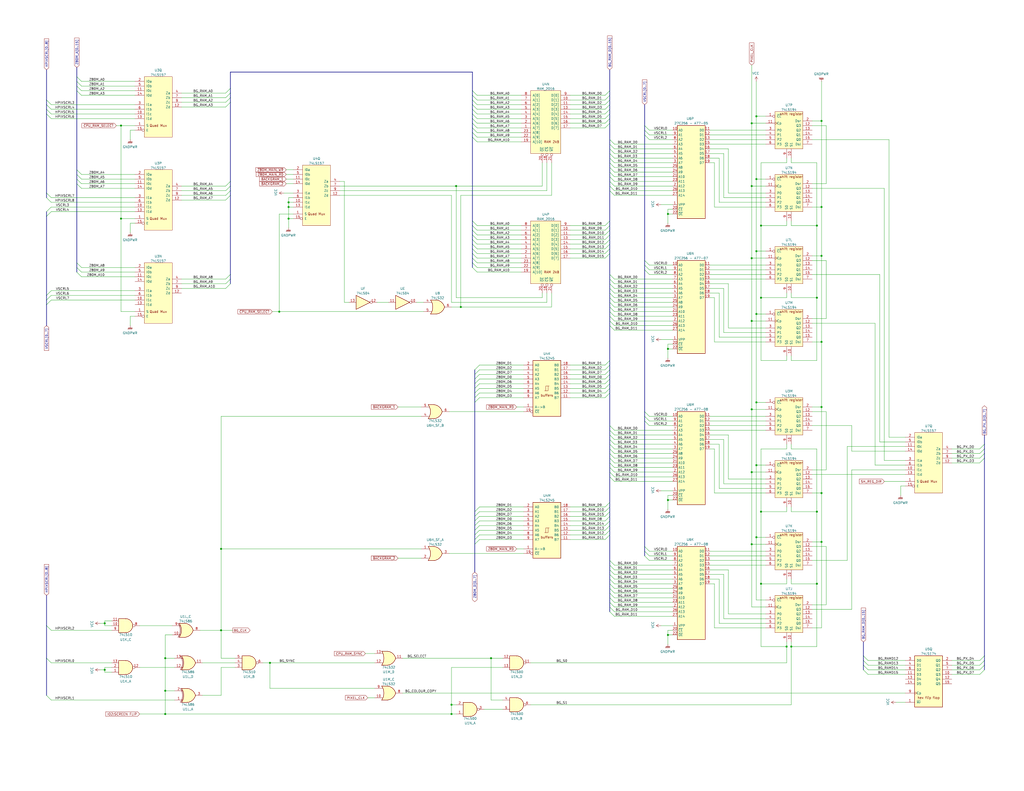
<source format=kicad_sch>
(kicad_sch (version 20230121) (generator eeschema)
  (paper "C")
  (title_block (title "Slapfight Arcade PCB") (company "Schematics created by Neil Ward & Anton Gale"))
  (junction (at 412.75 137.16))
  (junction (at 410.21 297.18))
  (junction (at 448.31 139.7))
  (junction (at 267.97 359.41))
  (junction (at 448.31 295.91))
  (junction (at 412.75 63.5))
  (junction (at 152.4 170.18))
  (junction (at 448.31 269.24))
  (junction (at 448.31 222.25))
  (junction (at 248.92 101.6))
  (junction (at 445.77 279.4))
  (junction (at 157.48 110.49))
  (junction (at 120.65 299.72))
  (junction (at 66.04 119.38))
  (junction (at 410.21 223.52))
  (junction (at 445.77 162.56))
  (junction (at 251.46 167.64))
  (junction (at 246.38 389.89))
  (junction (at 412.75 219.71))
  (junction (at 415.29 123.19))
  (junction (at 445.77 123.19))
  (junction (at 410.21 175.26))
  (junction (at 246.38 384.81))
  (junction (at 410.21 101.6))
  (junction (at 364.49 346.71))
  (junction (at 90.17 377.19))
  (junction (at 429.26 353.06))
  (junction (at 364.49 116.84))
  (junction (at 415.29 318.77))
  (junction (at 90.17 389.89))
  (junction (at 147.32 361.95))
  (junction (at 412.75 293.37))
  (junction (at 364.49 273.05))
  (junction (at 412.75 171.45))
  (junction (at 57.15 340.36))
  (junction (at 415.29 279.4))
  (junction (at 364.49 190.5))
  (junction (at 448.31 66.04))
  (junction (at 412.75 97.79))
  (junction (at 410.21 67.31))
  (junction (at 157.48 113.03))
  (junction (at 431.8 353.06))
  (junction (at 120.65 344.17))
  (junction (at 57.15 365.76))
  (junction (at 410.21 257.81))
  (junction (at 445.77 318.77))
  (junction (at 448.31 113.03))
  (junction (at 66.04 68.58))
  (junction (at 410.21 140.97))
  (junction (at 157.48 119.38))
  (junction (at 448.31 186.69))
  (junction (at 412.75 254))
  (junction (at 415.29 162.56))
  (junction (at 90.17 359.41))
  (bus_entry (at 261.62 292.1) (size -2.54 2.54))
  (bus_entry (at 44.45 146.05) (size -2.54 -2.54))
  (bus_entry (at 354.33 303.53) (size -2.54 -2.54))
  (bus_entry (at 123.19 50.8) (size 2.54 -2.54))
  (bus_entry (at 261.62 207.01) (size -2.54 2.54))
  (bus_entry (at 335.28 250.19) (size -2.54 -2.54))
  (bus_entry (at 335.28 247.65) (size -2.54 -2.54))
  (bus_entry (at 260.35 57.15) (size -2.54 -2.54))
  (bus_entry (at 330.2 281.94) (size 2.54 -2.54))
  (bus_entry (at 335.28 165.1) (size -2.54 -2.54))
  (bus_entry (at 335.28 237.49) (size -2.54 -2.54))
  (bus_entry (at 330.2 199.39) (size 2.54 -2.54))
  (bus_entry (at 330.2 125.73) (size 2.54 -2.54))
  (bus_entry (at 260.35 64.77) (size -2.54 -2.54))
  (bus_entry (at 335.28 78.74) (size -2.54 -2.54))
  (bus_entry (at 354.33 149.86) (size -2.54 -2.54))
  (bus_entry (at 335.28 308.61) (size -2.54 -2.54))
  (bus_entry (at 335.28 157.48) (size -2.54 -2.54))
  (bus_entry (at 27.94 113.03) (size -2.54 2.54))
  (bus_entry (at 330.2 287.02) (size 2.54 -2.54))
  (bus_entry (at 260.35 52.07) (size -2.54 -2.54))
  (bus_entry (at 335.28 257.81) (size -2.54 -2.54))
  (bus_entry (at 335.28 234.95) (size -2.54 -2.54))
  (bus_entry (at 261.62 212.09) (size -2.54 2.54))
  (bus_entry (at 27.94 110.49) (size -2.54 -2.54))
  (bus_entry (at 260.35 130.81) (size -2.54 -2.54))
  (bus_entry (at 330.2 54.61) (size 2.54 -2.54))
  (bus_entry (at 354.33 76.2) (size -2.54 -2.54))
  (bus_entry (at 330.2 289.56) (size 2.54 -2.54))
  (bus_entry (at 261.62 201.93) (size -2.54 2.54))
  (bus_entry (at 260.35 148.59) (size -2.54 -2.54))
  (bus_entry (at 25.4 359.41) (size 2.54 2.54))
  (bus_entry (at 335.28 331.47) (size -2.54 -2.54))
  (bus_entry (at 335.28 99.06) (size -2.54 -2.54))
  (bus_entry (at 471.17 360.68) (size 2.54 2.54))
  (bus_entry (at 335.28 106.68) (size -2.54 -2.54))
  (bus_entry (at 27.94 115.57) (size -2.54 2.54))
  (bus_entry (at 534.67 247.65) (size 2.54 -2.54))
  (bus_entry (at 260.35 67.31) (size -2.54 -2.54))
  (bus_entry (at 260.35 135.89) (size -2.54 -2.54))
  (bus_entry (at 25.4 62.23) (size 2.54 2.54))
  (bus_entry (at 330.2 279.4) (size 2.54 -2.54))
  (bus_entry (at 44.45 97.79) (size -2.54 -2.54))
  (bus_entry (at 335.28 260.35) (size -2.54 -2.54))
  (bus_entry (at 260.35 138.43) (size -2.54 -2.54))
  (bus_entry (at 335.28 311.15) (size -2.54 -2.54))
  (bus_entry (at 354.33 232.41) (size -2.54 -2.54))
  (bus_entry (at 261.62 279.4) (size -2.54 2.54))
  (bus_entry (at 335.28 160.02) (size -2.54 -2.54))
  (bus_entry (at 330.2 128.27) (size 2.54 -2.54))
  (bus_entry (at 261.62 209.55) (size -2.54 2.54))
  (bus_entry (at 261.62 294.64) (size -2.54 2.54))
  (bus_entry (at 330.2 217.17) (size 2.54 -2.54))
  (bus_entry (at 44.45 44.45) (size -2.54 -2.54))
  (bus_entry (at 354.33 227.33) (size -2.54 -2.54))
  (bus_entry (at 335.28 167.64) (size -2.54 -2.54))
  (bus_entry (at 335.28 154.94) (size -2.54 -2.54))
  (bus_entry (at 261.62 217.17) (size -2.54 2.54))
  (bus_entry (at 260.35 133.35) (size -2.54 -2.54))
  (bus_entry (at 335.28 323.85) (size -2.54 -2.54))
  (bus_entry (at 335.28 318.77) (size -2.54 -2.54))
  (bus_entry (at 260.35 146.05) (size -2.54 -2.54))
  (bus_entry (at 330.2 62.23) (size 2.54 -2.54))
  (bus_entry (at 330.2 204.47) (size 2.54 -2.54))
  (bus_entry (at 335.28 252.73) (size -2.54 -2.54))
  (bus_entry (at 260.35 125.73) (size -2.54 -2.54))
  (bus_entry (at 260.35 69.85) (size -2.54 -2.54))
  (bus_entry (at 44.45 49.53) (size -2.54 -2.54))
  (bus_entry (at 354.33 147.32) (size -2.54 -2.54))
  (bus_entry (at 330.2 123.19) (size 2.54 -2.54))
  (bus_entry (at 471.17 363.22) (size 2.54 2.54))
  (bus_entry (at 335.28 245.11) (size -2.54 -2.54))
  (bus_entry (at 123.19 154.94) (size 2.54 -2.54))
  (bus_entry (at 330.2 57.15) (size 2.54 -2.54))
  (bus_entry (at 261.62 199.39) (size -2.54 2.54))
  (bus_entry (at 330.2 292.1) (size 2.54 -2.54))
  (bus_entry (at 123.19 109.22) (size 2.54 -2.54))
  (bus_entry (at 27.94 163.83) (size -2.54 2.54))
  (bus_entry (at 335.28 242.57) (size -2.54 -2.54))
  (bus_entry (at 335.28 316.23) (size -2.54 -2.54))
  (bus_entry (at 354.33 71.12) (size -2.54 -2.54))
  (bus_entry (at 330.2 209.55) (size 2.54 -2.54))
  (bus_entry (at 261.62 284.48) (size -2.54 2.54))
  (bus_entry (at 471.17 358.14) (size 2.54 2.54))
  (bus_entry (at 335.28 83.82) (size -2.54 -2.54))
  (bus_entry (at 123.19 55.88) (size 2.54 -2.54))
  (bus_entry (at 354.33 306.07) (size -2.54 -2.54))
  (bus_entry (at 335.28 328.93) (size -2.54 -2.54))
  (bus_entry (at 27.94 161.29) (size -2.54 2.54))
  (bus_entry (at 27.94 158.75) (size -2.54 2.54))
  (bus_entry (at 260.35 143.51) (size -2.54 -2.54))
  (bus_entry (at 330.2 67.31) (size 2.54 -2.54))
  (bus_entry (at 335.28 96.52) (size -2.54 -2.54))
  (bus_entry (at 335.28 88.9) (size -2.54 -2.54))
  (bus_entry (at 335.28 336.55) (size -2.54 -2.54))
  (bus_entry (at 25.4 54.61) (size 2.54 2.54))
  (bus_entry (at 335.28 86.36) (size -2.54 -2.54))
  (bus_entry (at 330.2 140.97) (size 2.54 -2.54))
  (bus_entry (at 335.28 313.69) (size -2.54 -2.54))
  (bus_entry (at 260.35 74.93) (size -2.54 -2.54))
  (bus_entry (at 335.28 101.6) (size -2.54 -2.54))
  (bus_entry (at 44.45 100.33) (size -2.54 -2.54))
  (bus_entry (at 330.2 201.93) (size 2.54 -2.54))
  (bus_entry (at 261.62 204.47) (size -2.54 2.54))
  (bus_entry (at 123.19 53.34) (size 2.54 -2.54))
  (bus_entry (at 44.45 46.99) (size -2.54 -2.54))
  (bus_entry (at 335.28 255.27) (size -2.54 -2.54))
  (bus_entry (at 25.4 57.15) (size 2.54 2.54))
  (bus_entry (at 261.62 281.94) (size -2.54 2.54))
  (bus_entry (at 260.35 123.19) (size -2.54 -2.54))
  (bus_entry (at 330.2 207.01) (size 2.54 -2.54))
  (bus_entry (at 330.2 276.86) (size 2.54 -2.54))
  (bus_entry (at 534.67 252.73) (size 2.54 -2.54))
  (bus_entry (at 25.4 341.63) (size 2.54 2.54))
  (bus_entry (at 330.2 284.48) (size 2.54 -2.54))
  (bus_entry (at 261.62 214.63) (size -2.54 2.54))
  (bus_entry (at 335.28 104.14) (size -2.54 -2.54))
  (bus_entry (at 335.28 177.8) (size -2.54 -2.54))
  (bus_entry (at 260.35 72.39) (size -2.54 -2.54))
  (bus_entry (at 335.28 93.98) (size -2.54 -2.54))
  (bus_entry (at 335.28 240.03) (size -2.54 -2.54))
  (bus_entry (at 123.19 106.68) (size 2.54 -2.54))
  (bus_entry (at 335.28 262.89) (size -2.54 -2.54))
  (bus_entry (at 335.28 175.26) (size -2.54 -2.54))
  (bus_entry (at 534.67 245.11) (size 2.54 -2.54))
  (bus_entry (at 261.62 289.56) (size -2.54 2.54))
  (bus_entry (at 534.67 368.3) (size 2.54 -2.54))
  (bus_entry (at 330.2 212.09) (size 2.54 -2.54))
  (bus_entry (at 335.28 334.01) (size -2.54 -2.54))
  (bus_entry (at 534.67 365.76) (size 2.54 -2.54))
  (bus_entry (at 260.35 77.47) (size -2.54 -2.54))
  (bus_entry (at 335.28 180.34) (size -2.54 -2.54))
  (bus_entry (at 260.35 128.27) (size -2.54 -2.54))
  (bus_entry (at 534.67 360.68) (size 2.54 -2.54))
  (bus_entry (at 335.28 81.28) (size -2.54 -2.54))
  (bus_entry (at 260.35 59.69) (size -2.54 -2.54))
  (bus_entry (at 44.45 52.07) (size -2.54 -2.54))
  (bus_entry (at 25.4 379.73) (size 2.54 2.54))
  (bus_entry (at 260.35 62.23) (size -2.54 -2.54))
  (bus_entry (at 335.28 170.18) (size -2.54 -2.54))
  (bus_entry (at 335.28 162.56) (size -2.54 -2.54))
  (bus_entry (at 354.33 144.78) (size -2.54 -2.54))
  (bus_entry (at 261.62 276.86) (size -2.54 2.54))
  (bus_entry (at 123.19 157.48) (size 2.54 -2.54))
  (bus_entry (at 330.2 214.63) (size 2.54 -2.54))
  (bus_entry (at 335.28 172.72) (size -2.54 -2.54))
  (bus_entry (at 44.45 148.59) (size -2.54 -2.54))
  (bus_entry (at 330.2 294.64) (size 2.54 -2.54))
  (bus_entry (at 330.2 138.43) (size 2.54 -2.54))
  (bus_entry (at 330.2 64.77) (size 2.54 -2.54))
  (bus_entry (at 123.19 152.4) (size 2.54 -2.54))
  (bus_entry (at 330.2 130.81) (size 2.54 -2.54))
  (bus_entry (at 44.45 95.25) (size -2.54 -2.54))
  (bus_entry (at 534.67 363.22) (size 2.54 -2.54))
  (bus_entry (at 44.45 151.13) (size -2.54 -2.54))
  (bus_entry (at 330.2 135.89) (size 2.54 -2.54))
  (bus_entry (at 335.28 91.44) (size -2.54 -2.54))
  (bus_entry (at 123.19 58.42) (size 2.54 -2.54))
  (bus_entry (at 44.45 102.87) (size -2.54 -2.54))
  (bus_entry (at 330.2 59.69) (size 2.54 -2.54))
  (bus_entry (at 471.17 365.76) (size 2.54 2.54))
  (bus_entry (at 330.2 52.07) (size 2.54 -2.54))
  (bus_entry (at 354.33 300.99) (size -2.54 -2.54))
  (bus_entry (at 335.28 326.39) (size -2.54 -2.54))
  (bus_entry (at 25.4 59.69) (size 2.54 2.54))
  (bus_entry (at 260.35 140.97) (size -2.54 -2.54))
  (bus_entry (at 335.28 152.4) (size -2.54 -2.54))
  (bus_entry (at 354.33 229.87) (size -2.54 -2.54))
  (bus_entry (at 260.35 54.61) (size -2.54 -2.54))
  (bus_entry (at 123.19 101.6) (size 2.54 -2.54))
  (bus_entry (at 25.4 105.41) (size 2.54 2.54))
  (bus_entry (at 123.19 104.14) (size 2.54 -2.54))
  (bus_entry (at 330.2 133.35) (size 2.54 -2.54))
  (bus_entry (at 335.28 321.31) (size -2.54 -2.54))
  (bus_entry (at 354.33 73.66) (size -2.54 -2.54))
  (bus_entry (at 330.2 69.85) (size 2.54 -2.54))
  (bus_entry (at 534.67 250.19) (size 2.54 -2.54))
  (bus_entry (at 261.62 287.02) (size -2.54 2.54))
  (wire (pts (xy 71.12 172.72) (xy 73.66 172.72)))
  (wire (pts (xy 387.35 78.74) (xy 417.83 78.74)))
  (wire (pts (xy 429.26 353.06) (xy 429.26 361.95)))
  (bus (pts (xy 332.74 78.74) (xy 332.74 76.2)))
  (wire (pts (xy 519.43 252.73) (xy 534.67 252.73)))
  (wire (pts (xy 57.15 340.36) (xy 57.15 339.09)))
  (wire (pts (xy 415.29 279.4) (xy 429.26 279.4)))
  (wire (pts (xy 389.89 88.9) (xy 389.89 113.03)))
  (wire (pts (xy 417.83 67.31) (xy 410.21 67.31)))
  (wire (pts (xy 394.97 83.82) (xy 394.97 107.95)))
  (bus (pts (xy 259.08 292.1) (xy 259.08 294.64)))
  (wire (pts (xy 360.68 341.63) (xy 367.03 341.63)))
  (wire (pts (xy 44.45 95.25) (xy 73.66 95.25)))
  (bus (pts (xy 332.74 247.65) (xy 332.74 245.11)))
  (wire (pts (xy 27.94 59.69) (xy 73.66 59.69)))
  (bus (pts (xy 332.74 279.4) (xy 332.74 281.94)))
  (wire (pts (xy 227.33 165.1) (xy 231.14 165.1)))
  (wire (pts (xy 519.43 368.3) (xy 534.67 368.3)))
  (wire (pts (xy 364.49 273.05) (xy 364.49 278.13)))
  (bus (pts (xy 332.74 237.49) (xy 332.74 234.95)))
  (wire (pts (xy 54.61 340.36) (xy 57.15 340.36)))
  (wire (pts (xy 412.75 327.66) (xy 412.75 293.37)))
  (bus (pts (xy 259.08 297.18) (xy 259.08 312.42)))
  (wire (pts (xy 295.91 160.02) (xy 295.91 162.56)))
  (wire (pts (xy 251.46 106.68) (xy 300.99 106.68)))
  (wire (pts (xy 445.77 245.11) (xy 431.8 245.11)))
  (wire (pts (xy 284.48 146.05) (xy 260.35 146.05)))
  (wire (pts (xy 443.23 269.24) (xy 448.31 269.24)))
  (wire (pts (xy 284.48 133.35) (xy 260.35 133.35)))
  (wire (pts (xy 27.94 64.77) (xy 73.66 64.77)))
  (wire (pts (xy 410.21 101.6) (xy 410.21 67.31)))
  (wire (pts (xy 311.15 207.01) (xy 330.2 207.01)))
  (wire (pts (xy 99.06 50.8) (xy 123.19 50.8)))
  (wire (pts (xy 491.49 265.43) (xy 494.03 265.43)))
  (bus (pts (xy 332.74 316.23) (xy 332.74 318.77)))
  (wire (pts (xy 394.97 157.48) (xy 394.97 181.61)))
  (wire (pts (xy 335.28 152.4) (xy 367.03 152.4)))
  (wire (pts (xy 285.75 287.02) (xy 261.62 287.02)))
  (wire (pts (xy 364.49 273.05) (xy 367.03 273.05)))
  (wire (pts (xy 354.33 232.41) (xy 367.03 232.41)))
  (bus (pts (xy 332.74 93.98) (xy 332.74 91.44)))
  (wire (pts (xy 311.15 284.48) (xy 330.2 284.48)))
  (bus (pts (xy 257.81 54.61) (xy 257.81 57.15)))
  (wire (pts (xy 445.77 279.4) (xy 431.8 279.4)))
  (wire (pts (xy 482.6 251.46) (xy 494.03 251.46)))
  (wire (pts (xy 431.8 318.77) (xy 431.8 316.23)))
  (wire (pts (xy 246.38 364.49) (xy 274.32 364.49)))
  (wire (pts (xy 311.15 214.63) (xy 330.2 214.63)))
  (wire (pts (xy 415.29 279.4) (xy 415.29 245.11)))
  (wire (pts (xy 246.38 389.89) (xy 248.92 389.89)))
  (bus (pts (xy 351.79 300.99) (xy 351.79 303.53)))
  (wire (pts (xy 284.48 128.27) (xy 260.35 128.27)))
  (wire (pts (xy 354.33 149.86) (xy 367.03 149.86)))
  (wire (pts (xy 354.33 306.07) (xy 367.03 306.07)))
  (wire (pts (xy 429.26 353.06) (xy 415.29 353.06)))
  (wire (pts (xy 311.15 69.85) (xy 330.2 69.85)))
  (wire (pts (xy 417.83 331.47) (xy 410.21 331.47)))
  (wire (pts (xy 157.48 107.95) (xy 160.02 107.95)))
  (wire (pts (xy 99.06 109.22) (xy 123.19 109.22)))
  (wire (pts (xy 443.23 76.2) (xy 485.14 76.2)))
  (bus (pts (xy 332.74 165.1) (xy 332.74 167.64)))
  (wire (pts (xy 335.28 323.85) (xy 367.03 323.85)))
  (wire (pts (xy 387.35 154.94) (xy 397.51 154.94)))
  (wire (pts (xy 335.28 311.15) (xy 367.03 311.15)))
  (bus (pts (xy 332.74 125.73) (xy 332.74 128.27)))
  (wire (pts (xy 415.29 279.4) (xy 415.29 318.77)))
  (wire (pts (xy 187.96 99.06) (xy 187.96 165.1)))
  (wire (pts (xy 147.32 361.95) (xy 204.47 361.95)))
  (wire (pts (xy 157.48 113.03) (xy 160.02 113.03)))
  (wire (pts (xy 27.94 361.95) (xy 60.96 361.95)))
  (bus (pts (xy 125.73 48.26) (xy 125.73 50.8)))
  (wire (pts (xy 448.31 113.03) (xy 448.31 139.7)))
  (wire (pts (xy 285.75 281.94) (xy 261.62 281.94)))
  (wire (pts (xy 364.49 116.84) (xy 364.49 121.92)))
  (wire (pts (xy 429.26 194.31) (xy 429.26 196.85)))
  (wire (pts (xy 387.35 245.11) (xy 389.89 245.11)))
  (wire (pts (xy 335.28 328.93) (xy 367.03 328.93)))
  (wire (pts (xy 44.45 46.99) (xy 73.66 46.99)))
  (wire (pts (xy 156.21 95.25) (xy 160.02 95.25)))
  (bus (pts (xy 332.74 120.65) (xy 332.74 123.19)))
  (wire (pts (xy 387.35 73.66) (xy 417.83 73.66)))
  (wire (pts (xy 27.94 115.57) (xy 73.66 115.57)))
  (bus (pts (xy 259.08 217.17) (xy 259.08 219.71)))
  (bus (pts (xy 259.08 212.09) (xy 259.08 214.63)))
  (wire (pts (xy 284.48 148.59) (xy 260.35 148.59)))
  (wire (pts (xy 394.97 264.16) (xy 417.83 264.16)))
  (bus (pts (xy 257.81 59.69) (xy 257.81 62.23)))
  (wire (pts (xy 335.28 326.39) (xy 367.03 326.39)))
  (wire (pts (xy 410.21 175.26) (xy 410.21 140.97)))
  (wire (pts (xy 364.49 187.96) (xy 364.49 190.5)))
  (bus (pts (xy 332.74 67.31) (xy 332.74 64.77)))
  (wire (pts (xy 494.03 243.84) (xy 462.28 243.84)))
  (bus (pts (xy 537.21 237.49) (xy 537.21 242.57)))
  (wire (pts (xy 443.23 232.41) (xy 464.82 232.41)))
  (wire (pts (xy 157.48 110.49) (xy 157.48 107.95)))
  (wire (pts (xy 152.4 116.84) (xy 160.02 116.84)))
  (wire (pts (xy 519.43 245.11) (xy 534.67 245.11)))
  (wire (pts (xy 27.94 158.75) (xy 73.66 158.75)))
  (wire (pts (xy 44.45 148.59) (xy 73.66 148.59)))
  (wire (pts (xy 431.8 88.9) (xy 431.8 86.36)))
  (wire (pts (xy 157.48 119.38) (xy 157.48 113.03)))
  (bus (pts (xy 332.74 172.72) (xy 332.74 175.26)))
  (wire (pts (xy 335.28 99.06) (xy 367.03 99.06)))
  (bus (pts (xy 41.91 100.33) (xy 41.91 143.51)))
  (wire (pts (xy 285.75 279.4) (xy 261.62 279.4)))
  (wire (pts (xy 335.28 83.82) (xy 367.03 83.82)))
  (wire (pts (xy 488.95 383.54) (xy 494.03 383.54)))
  (wire (pts (xy 431.8 123.19) (xy 431.8 120.65)))
  (wire (pts (xy 335.28 170.18) (xy 367.03 170.18)))
  (wire (pts (xy 387.35 162.56) (xy 389.89 162.56)))
  (wire (pts (xy 120.65 227.33) (xy 120.65 299.72)))
  (wire (pts (xy 285.75 289.56) (xy 261.62 289.56)))
  (wire (pts (xy 473.71 363.22) (xy 494.03 363.22)))
  (bus (pts (xy 25.4 118.11) (xy 25.4 161.29)))
  (wire (pts (xy 90.17 389.89) (xy 246.38 389.89)))
  (bus (pts (xy 257.81 74.93) (xy 257.81 120.65)))
  (bus (pts (xy 332.74 250.19) (xy 332.74 247.65)))
  (wire (pts (xy 397.51 311.15) (xy 397.51 335.28)))
  (wire (pts (xy 154.94 105.41) (xy 160.02 105.41)))
  (wire (pts (xy 387.35 147.32) (xy 417.83 147.32)))
  (bus (pts (xy 332.74 101.6) (xy 332.74 104.14)))
  (wire (pts (xy 491.49 265.43) (xy 491.49 270.51)))
  (wire (pts (xy 284.48 57.15) (xy 260.35 57.15)))
  (wire (pts (xy 90.17 389.89) (xy 76.2 389.89)))
  (wire (pts (xy 245.11 224.79) (xy 285.75 224.79)))
  (wire (pts (xy 387.35 234.95) (xy 417.83 234.95)))
  (bus (pts (xy 257.81 64.77) (xy 257.81 67.31)))
  (wire (pts (xy 415.29 88.9) (xy 429.26 88.9)))
  (wire (pts (xy 387.35 157.48) (xy 394.97 157.48)))
  (bus (pts (xy 259.08 294.64) (xy 259.08 297.18)))
  (wire (pts (xy 417.83 223.52) (xy 410.21 223.52)))
  (bus (pts (xy 332.74 101.6) (xy 332.74 99.06)))
  (bus (pts (xy 125.73 152.4) (xy 125.73 154.94)))
  (wire (pts (xy 311.15 204.47) (xy 330.2 204.47)))
  (wire (pts (xy 387.35 306.07) (xy 417.83 306.07)))
  (wire (pts (xy 431.8 194.31) (xy 431.8 196.85)))
  (wire (pts (xy 90.17 359.41) (xy 95.25 359.41)))
  (bus (pts (xy 332.74 99.06) (xy 332.74 96.52)))
  (wire (pts (xy 387.35 240.03) (xy 394.97 240.03)))
  (wire (pts (xy 448.31 113.03) (xy 448.31 66.04)))
  (wire (pts (xy 415.29 123.19) (xy 415.29 88.9)))
  (wire (pts (xy 387.35 232.41) (xy 417.83 232.41)))
  (wire (pts (xy 187.96 165.1) (xy 190.5 165.1)))
  (bus (pts (xy 332.74 328.93) (xy 332.74 331.47)))
  (wire (pts (xy 387.35 149.86) (xy 417.83 149.86)))
  (wire (pts (xy 284.48 140.97) (xy 260.35 140.97)))
  (wire (pts (xy 335.28 91.44) (xy 367.03 91.44)))
  (bus (pts (xy 257.81 57.15) (xy 257.81 59.69)))
  (bus (pts (xy 25.4 38.1) (xy 25.4 54.61)))
  (bus (pts (xy 257.81 62.23) (xy 257.81 64.77)))
  (wire (pts (xy 63.5 68.58) (xy 66.04 68.58)))
  (wire (pts (xy 311.15 52.07) (xy 330.2 52.07)))
  (bus (pts (xy 125.73 39.37) (xy 125.73 48.26)))
  (wire (pts (xy 76.2 364.49) (xy 95.25 364.49)))
  (wire (pts (xy 417.83 254) (xy 412.75 254)))
  (wire (pts (xy 443.23 259.08) (xy 494.03 259.08)))
  (bus (pts (xy 257.81 125.73) (xy 257.81 128.27)))
  (wire (pts (xy 66.04 68.58) (xy 73.66 68.58)))
  (bus (pts (xy 332.74 130.81) (xy 332.74 133.35)))
  (wire (pts (xy 335.28 255.27) (xy 367.03 255.27)))
  (wire (pts (xy 360.68 111.76) (xy 367.03 111.76)))
  (wire (pts (xy 412.75 219.71) (xy 417.83 219.71)))
  (bus (pts (xy 125.73 55.88) (xy 125.73 99.06)))
  (wire (pts (xy 431.8 353.06) (xy 431.8 384.81)))
  (bus (pts (xy 257.81 123.19) (xy 257.81 125.73)))
  (bus (pts (xy 257.81 120.65) (xy 257.81 123.19)))
  (bus (pts (xy 125.73 99.06) (xy 125.73 101.6)))
  (wire (pts (xy 443.23 173.99) (xy 450.85 173.99)))
  (wire (pts (xy 248.92 384.81) (xy 246.38 384.81)))
  (wire (pts (xy 387.35 242.57) (xy 392.43 242.57)))
  (wire (pts (xy 289.56 384.81) (xy 431.8 384.81)))
  (wire (pts (xy 311.15 289.56) (xy 330.2 289.56)))
  (wire (pts (xy 285.75 209.55) (xy 261.62 209.55)))
  (wire (pts (xy 443.23 330.2) (xy 450.85 330.2)))
  (wire (pts (xy 450.85 142.24) (xy 443.23 142.24)))
  (wire (pts (xy 412.75 137.16) (xy 412.75 97.79)))
  (wire (pts (xy 445.77 279.4) (xy 445.77 318.77)))
  (bus (pts (xy 332.74 201.93) (xy 332.74 204.47)))
  (wire (pts (xy 267.97 359.41) (xy 274.32 359.41)))
  (bus (pts (xy 351.79 142.24) (xy 351.79 144.78)))
  (wire (pts (xy 335.28 237.49) (xy 367.03 237.49)))
  (wire (pts (xy 217.17 222.25) (xy 229.87 222.25)))
  (bus (pts (xy 25.4 166.37) (xy 25.4 177.8)))
  (wire (pts (xy 27.94 57.15) (xy 73.66 57.15)))
  (bus (pts (xy 332.74 175.26) (xy 332.74 177.8)))
  (wire (pts (xy 394.97 181.61) (xy 417.83 181.61)))
  (wire (pts (xy 354.33 147.32) (xy 367.03 147.32)))
  (wire (pts (xy 397.51 335.28) (xy 417.83 335.28)))
  (wire (pts (xy 392.43 86.36) (xy 392.43 110.49)))
  (wire (pts (xy 387.35 229.87) (xy 417.83 229.87)))
  (wire (pts (xy 417.83 101.6) (xy 410.21 101.6)))
  (wire (pts (xy 284.48 69.85) (xy 260.35 69.85)))
  (wire (pts (xy 185.42 101.6) (xy 248.92 101.6)))
  (wire (pts (xy 311.15 201.93) (xy 330.2 201.93)))
  (wire (pts (xy 284.48 123.19) (xy 260.35 123.19)))
  (wire (pts (xy 448.31 186.69) (xy 448.31 222.25)))
  (wire (pts (xy 450.85 330.2) (xy 450.85 298.45)))
  (wire (pts (xy 415.29 196.85) (xy 415.29 162.56)))
  (bus (pts (xy 332.74 276.86) (xy 332.74 279.4)))
  (wire (pts (xy 335.28 257.81) (xy 367.03 257.81)))
  (wire (pts (xy 367.03 187.96) (xy 364.49 187.96)))
  (wire (pts (xy 417.83 257.81) (xy 410.21 257.81)))
  (wire (pts (xy 482.6 102.87) (xy 482.6 251.46)))
  (wire (pts (xy 387.35 227.33) (xy 417.83 227.33)))
  (wire (pts (xy 410.21 331.47) (xy 410.21 297.18)))
  (wire (pts (xy 335.28 165.1) (xy 367.03 165.1)))
  (wire (pts (xy 99.06 152.4) (xy 123.19 152.4)))
  (wire (pts (xy 285.75 214.63) (xy 261.62 214.63)))
  (bus (pts (xy 332.74 234.95) (xy 332.74 232.41)))
  (wire (pts (xy 284.48 74.93) (xy 260.35 74.93)))
  (wire (pts (xy 295.91 162.56) (xy 248.92 162.56)))
  (wire (pts (xy 251.46 167.64) (xy 251.46 106.68)))
  (bus (pts (xy 332.74 209.55) (xy 332.74 212.09)))
  (bus (pts (xy 332.74 257.81) (xy 332.74 260.35)))
  (wire (pts (xy 285.75 207.01) (xy 261.62 207.01)))
  (bus (pts (xy 332.74 62.23) (xy 332.74 59.69)))
  (wire (pts (xy 60.96 341.63) (xy 57.15 341.63)))
  (wire (pts (xy 335.28 240.03) (xy 367.03 240.03)))
  (wire (pts (xy 335.28 334.01) (xy 367.03 334.01)))
  (bus (pts (xy 332.74 177.8) (xy 332.74 196.85)))
  (wire (pts (xy 392.43 316.23) (xy 392.43 340.36)))
  (wire (pts (xy 311.15 287.02) (xy 330.2 287.02)))
  (wire (pts (xy 415.29 123.19) (xy 415.29 162.56)))
  (bus (pts (xy 332.74 214.63) (xy 332.74 232.41)))
  (wire (pts (xy 417.83 297.18) (xy 410.21 297.18)))
  (wire (pts (xy 387.35 71.12) (xy 417.83 71.12)))
  (wire (pts (xy 264.16 387.35) (xy 274.32 387.35)))
  (wire (pts (xy 311.15 209.55) (xy 330.2 209.55)))
  (bus (pts (xy 257.81 52.07) (xy 257.81 54.61)))
  (wire (pts (xy 354.33 71.12) (xy 367.03 71.12)))
  (wire (pts (xy 90.17 377.19) (xy 90.17 359.41)))
  (bus (pts (xy 259.08 207.01) (xy 259.08 209.55)))
  (wire (pts (xy 410.21 175.26) (xy 410.21 223.52)))
  (wire (pts (xy 443.23 298.45) (xy 450.85 298.45)))
  (wire (pts (xy 335.28 154.94) (xy 367.03 154.94)))
  (bus (pts (xy 332.74 86.36) (xy 332.74 83.82)))
  (bus (pts (xy 332.74 212.09) (xy 332.74 214.63)))
  (bus (pts (xy 351.79 298.45) (xy 351.79 300.99)))
  (wire (pts (xy 462.28 243.84) (xy 462.28 306.07)))
  (wire (pts (xy 311.15 128.27) (xy 330.2 128.27)))
  (bus (pts (xy 332.74 250.19) (xy 332.74 252.73)))
  (bus (pts (xy 332.74 170.18) (xy 332.74 172.72)))
  (bus (pts (xy 41.91 143.51) (xy 41.91 146.05)))
  (bus (pts (xy 537.21 247.65) (xy 537.21 250.19)))
  (wire (pts (xy 480.06 241.3) (xy 494.03 241.3)))
  (bus (pts (xy 332.74 321.31) (xy 332.74 323.85)))
  (wire (pts (xy 284.48 130.81) (xy 260.35 130.81)))
  (bus (pts (xy 332.74 255.27) (xy 332.74 252.73)))
  (wire (pts (xy 445.77 162.56) (xy 431.8 162.56)))
  (bus (pts (xy 41.91 95.25) (xy 41.91 97.79)))
  (wire (pts (xy 429.26 350.52) (xy 429.26 353.06)))
  (bus (pts (xy 537.21 360.68) (xy 537.21 363.22)))
  (bus (pts (xy 351.79 147.32) (xy 351.79 224.79)))
  (wire (pts (xy 394.97 107.95) (xy 417.83 107.95)))
  (wire (pts (xy 519.43 363.22) (xy 534.67 363.22)))
  (wire (pts (xy 519.43 247.65) (xy 534.67 247.65)))
  (wire (pts (xy 285.75 201.93) (xy 261.62 201.93)))
  (wire (pts (xy 44.45 49.53) (xy 73.66 49.53)))
  (wire (pts (xy 429.26 279.4) (xy 429.26 276.86)))
  (wire (pts (xy 389.89 318.77) (xy 389.89 342.9)))
  (bus (pts (xy 471.17 358.14) (xy 471.17 360.68)))
  (wire (pts (xy 44.45 44.45) (xy 73.66 44.45)))
  (wire (pts (xy 410.21 257.81) (xy 410.21 223.52)))
  (wire (pts (xy 248.92 162.56) (xy 248.92 101.6)))
  (wire (pts (xy 90.17 346.71) (xy 90.17 359.41)))
  (bus (pts (xy 259.08 279.4) (xy 259.08 281.94)))
  (wire (pts (xy 44.45 146.05) (xy 73.66 146.05)))
  (wire (pts (xy 494.03 360.68) (xy 473.71 360.68)))
  (wire (pts (xy 494.03 368.3) (xy 473.71 368.3)))
  (wire (pts (xy 99.06 106.68) (xy 123.19 106.68)))
  (wire (pts (xy 246.38 165.1) (xy 246.38 106.68)))
  (wire (pts (xy 443.23 222.25) (xy 448.31 222.25)))
  (wire (pts (xy 415.29 123.19) (xy 429.26 123.19)))
  (wire (pts (xy 311.15 62.23) (xy 330.2 62.23)))
  (wire (pts (xy 335.28 234.95) (xy 367.03 234.95)))
  (wire (pts (xy 494.03 246.38) (xy 464.82 246.38)))
  (wire (pts (xy 284.48 72.39) (xy 260.35 72.39)))
  (bus (pts (xy 125.73 149.86) (xy 125.73 152.4)))
  (bus (pts (xy 259.08 201.93) (xy 259.08 204.47)))
  (wire (pts (xy 335.28 252.73) (xy 367.03 252.73)))
  (bus (pts (xy 332.74 162.56) (xy 332.74 165.1)))
  (wire (pts (xy 157.48 110.49) (xy 160.02 110.49)))
  (wire (pts (xy 354.33 144.78) (xy 367.03 144.78)))
  (wire (pts (xy 464.82 332.74) (xy 464.82 256.54)))
  (wire (pts (xy 443.23 100.33) (xy 450.85 100.33)))
  (wire (pts (xy 71.12 121.92) (xy 71.12 127)))
  (bus (pts (xy 332.74 93.98) (xy 332.74 96.52)))
  (bus (pts (xy 259.08 284.48) (xy 259.08 287.02)))
  (wire (pts (xy 284.48 59.69) (xy 260.35 59.69)))
  (bus (pts (xy 351.79 73.66) (xy 351.79 71.12)))
  (bus (pts (xy 332.74 199.39) (xy 332.74 201.93)))
  (wire (pts (xy 152.4 170.18) (xy 152.4 116.84)))
  (wire (pts (xy 519.43 250.19) (xy 534.67 250.19)))
  (wire (pts (xy 443.23 295.91) (xy 448.31 295.91)))
  (wire (pts (xy 311.15 276.86) (xy 330.2 276.86)))
  (wire (pts (xy 285.75 276.86) (xy 261.62 276.86)))
  (wire (pts (xy 27.94 113.03) (xy 73.66 113.03)))
  (wire (pts (xy 205.74 165.1) (xy 212.09 165.1)))
  (bus (pts (xy 259.08 204.47) (xy 259.08 207.01)))
  (wire (pts (xy 284.48 143.51) (xy 260.35 143.51)))
  (wire (pts (xy 443.23 66.04) (xy 448.31 66.04)))
  (wire (pts (xy 448.31 295.91) (xy 448.31 342.9)))
  (wire (pts (xy 120.65 379.73) (xy 120.65 364.49)))
  (wire (pts (xy 311.15 199.39) (xy 330.2 199.39)))
  (wire (pts (xy 66.04 119.38) (xy 66.04 170.18)))
  (wire (pts (xy 397.51 81.28) (xy 397.51 105.41)))
  (bus (pts (xy 125.73 101.6) (xy 125.73 104.14)))
  (wire (pts (xy 431.8 350.52) (xy 431.8 353.06)))
  (wire (pts (xy 335.28 160.02) (xy 367.03 160.02)))
  (wire (pts (xy 494.03 365.76) (xy 473.71 365.76)))
  (wire (pts (xy 246.38 384.81) (xy 246.38 364.49)))
  (wire (pts (xy 431.8 162.56) (xy 431.8 160.02)))
  (wire (pts (xy 335.28 321.31) (xy 367.03 321.31)))
  (bus (pts (xy 351.79 73.66) (xy 351.79 142.24)))
  (wire (pts (xy 417.83 293.37) (xy 412.75 293.37)))
  (wire (pts (xy 285.75 217.17) (xy 261.62 217.17)))
  (wire (pts (xy 311.15 279.4) (xy 330.2 279.4)))
  (wire (pts (xy 389.89 162.56) (xy 389.89 186.69)))
  (wire (pts (xy 443.23 342.9) (xy 448.31 342.9)))
  (wire (pts (xy 394.97 240.03) (xy 394.97 264.16)))
  (wire (pts (xy 443.23 113.03) (xy 448.31 113.03)))
  (wire (pts (xy 284.48 125.73) (xy 260.35 125.73)))
  (bus (pts (xy 257.81 133.35) (xy 257.81 135.89)))
  (wire (pts (xy 284.48 52.07) (xy 260.35 52.07)))
  (wire (pts (xy 412.75 171.45) (xy 412.75 219.71)))
  (wire (pts (xy 120.65 227.33) (xy 229.87 227.33)))
  (bus (pts (xy 257.81 49.53) (xy 257.81 52.07)))
  (bus (pts (xy 41.91 46.99) (xy 41.91 49.53)))
  (bus (pts (xy 25.4 161.29) (xy 25.4 163.83)))
  (bus (pts (xy 125.73 106.68) (xy 125.73 149.86)))
  (wire (pts (xy 110.49 361.95) (xy 128.27 361.95)))
  (wire (pts (xy 284.48 62.23) (xy 260.35 62.23)))
  (wire (pts (xy 335.28 336.55) (xy 367.03 336.55)))
  (wire (pts (xy 364.49 116.84) (xy 367.03 116.84)))
  (bus (pts (xy 332.74 281.94) (xy 332.74 284.48)))
  (bus (pts (xy 257.81 140.97) (xy 257.81 143.51)))
  (wire (pts (xy 415.29 318.77) (xy 429.26 318.77)))
  (wire (pts (xy 482.6 262.89) (xy 494.03 262.89)))
  (bus (pts (xy 332.74 306.07) (xy 332.74 308.61)))
  (wire (pts (xy 148.59 170.18) (xy 152.4 170.18)))
  (wire (pts (xy 387.35 316.23) (xy 392.43 316.23)))
  (wire (pts (xy 311.15 217.17) (xy 330.2 217.17)))
  (bus (pts (xy 332.74 257.81) (xy 332.74 255.27)))
  (wire (pts (xy 246.38 389.89) (xy 246.38 384.81)))
  (wire (pts (xy 57.15 367.03) (xy 57.15 365.76)))
  (wire (pts (xy 417.83 175.26) (xy 410.21 175.26)))
  (wire (pts (xy 417.83 140.97) (xy 410.21 140.97)))
  (wire (pts (xy 311.15 64.77) (xy 330.2 64.77)))
  (bus (pts (xy 332.74 59.69) (xy 332.74 57.15)))
  (wire (pts (xy 289.56 361.95) (xy 429.26 361.95)))
  (bus (pts (xy 332.74 287.02) (xy 332.74 289.56)))
  (wire (pts (xy 281.94 222.25) (xy 285.75 222.25)))
  (bus (pts (xy 125.73 50.8) (xy 125.73 53.34)))
  (bus (pts (xy 332.74 83.82) (xy 332.74 81.28)))
  (wire (pts (xy 90.17 389.89) (xy 90.17 377.19)))
  (wire (pts (xy 311.15 135.89) (xy 330.2 135.89)))
  (wire (pts (xy 519.43 365.76) (xy 534.67 365.76)))
  (bus (pts (xy 332.74 167.64) (xy 332.74 170.18)))
  (wire (pts (xy 450.85 100.33) (xy 450.85 68.58)))
  (wire (pts (xy 354.33 73.66) (xy 367.03 73.66)))
  (wire (pts (xy 311.15 130.81) (xy 330.2 130.81)))
  (wire (pts (xy 389.89 269.24) (xy 417.83 269.24)))
  (wire (pts (xy 44.45 97.79) (xy 73.66 97.79)))
  (wire (pts (xy 392.43 242.57) (xy 392.43 266.7)))
  (wire (pts (xy 387.35 303.53) (xy 417.83 303.53)))
  (wire (pts (xy 448.31 139.7) (xy 448.31 186.69)))
  (wire (pts (xy 335.28 331.47) (xy 367.03 331.47)))
  (bus (pts (xy 25.4 341.63) (xy 25.4 359.41)))
  (wire (pts (xy 298.45 165.1) (xy 246.38 165.1)))
  (bus (pts (xy 332.74 196.85) (xy 332.74 199.39)))
  (wire (pts (xy 415.29 162.56) (xy 429.26 162.56)))
  (wire (pts (xy 445.77 353.06) (xy 445.77 318.77)))
  (bus (pts (xy 41.91 41.91) (xy 41.91 44.45)))
  (bus (pts (xy 25.4 57.15) (xy 25.4 54.61)))
  (wire (pts (xy 387.35 300.99) (xy 417.83 300.99)))
  (wire (pts (xy 335.28 260.35) (xy 367.03 260.35)))
  (wire (pts (xy 120.65 344.17) (xy 127 344.17)))
  (wire (pts (xy 311.15 59.69) (xy 330.2 59.69)))
  (bus (pts (xy 537.21 358.14) (xy 537.21 360.68)))
  (wire (pts (xy 335.28 106.68) (xy 367.03 106.68)))
  (wire (pts (xy 364.49 190.5) (xy 364.49 195.58)))
  (wire (pts (xy 335.28 104.14) (xy 367.03 104.14)))
  (wire (pts (xy 450.85 256.54) (xy 450.85 224.79)))
  (bus (pts (xy 41.91 44.45) (xy 41.91 46.99)))
  (wire (pts (xy 285.75 292.1) (xy 261.62 292.1)))
  (wire (pts (xy 300.99 106.68) (xy 300.99 88.9)))
  (wire (pts (xy 71.12 121.92) (xy 73.66 121.92)))
  (bus (pts (xy 351.79 68.58) (xy 351.79 57.15)))
  (bus (pts (xy 332.74 313.69) (xy 332.74 316.23)))
  (wire (pts (xy 354.33 300.99) (xy 367.03 300.99)))
  (wire (pts (xy 354.33 227.33) (xy 367.03 227.33)))
  (bus (pts (xy 471.17 358.14) (xy 471.17 350.52)))
  (bus (pts (xy 351.79 144.78) (xy 351.79 147.32)))
  (wire (pts (xy 443.23 332.74) (xy 464.82 332.74)))
  (wire (pts (xy 298.45 160.02) (xy 298.45 165.1)))
  (wire (pts (xy 415.29 245.11) (xy 429.26 245.11)))
  (wire (pts (xy 360.68 267.97) (xy 367.03 267.97)))
  (wire (pts (xy 311.15 67.31) (xy 330.2 67.31)))
  (bus (pts (xy 332.74 157.48) (xy 332.74 160.02)))
  (wire (pts (xy 156.21 100.33) (xy 160.02 100.33)))
  (wire (pts (xy 417.83 137.16) (xy 412.75 137.16)))
  (wire (pts (xy 364.49 344.17) (xy 364.49 346.71)))
  (wire (pts (xy 364.49 190.5) (xy 367.03 190.5)))
  (wire (pts (xy 71.12 172.72) (xy 71.12 177.8)))
  (wire (pts (xy 412.75 44.45) (xy 412.75 63.5)))
  (wire (pts (xy 156.21 92.71) (xy 160.02 92.71)))
  (wire (pts (xy 443.23 102.87) (xy 482.6 102.87)))
  (wire (pts (xy 285.75 294.64) (xy 261.62 294.64)))
  (wire (pts (xy 335.28 250.19) (xy 367.03 250.19)))
  (wire (pts (xy 231.14 170.18) (xy 152.4 170.18)))
  (wire (pts (xy 335.28 86.36) (xy 367.03 86.36)))
  (wire (pts (xy 281.94 299.72) (xy 285.75 299.72)))
  (wire (pts (xy 99.06 157.48) (xy 123.19 157.48)))
  (bus (pts (xy 125.73 39.37) (xy 257.81 39.37)))
  (bus (pts (xy 332.74 76.2) (xy 332.74 67.31)))
  (wire (pts (xy 445.77 123.19) (xy 445.77 88.9)))
  (wire (pts (xy 27.94 344.17) (xy 60.96 344.17)))
  (wire (pts (xy 464.82 246.38) (xy 464.82 232.41)))
  (wire (pts (xy 335.28 172.72) (xy 367.03 172.72)))
  (wire (pts (xy 120.65 299.72) (xy 120.65 344.17)))
  (bus (pts (xy 332.74 152.4) (xy 332.74 154.94)))
  (wire (pts (xy 389.89 186.69) (xy 417.83 186.69)))
  (wire (pts (xy 335.28 157.48) (xy 367.03 157.48)))
  (bus (pts (xy 332.74 318.77) (xy 332.74 321.31)))
  (wire (pts (xy 110.49 379.73) (xy 120.65 379.73)))
  (bus (pts (xy 332.74 57.15) (xy 332.74 54.61)))
  (bus (pts (xy 332.74 133.35) (xy 332.74 135.89)))
  (wire (pts (xy 99.06 101.6) (xy 123.19 101.6)))
  (wire (pts (xy 335.28 245.11) (xy 367.03 245.11)))
  (wire (pts (xy 284.48 67.31) (xy 260.35 67.31)))
  (wire (pts (xy 354.33 303.53) (xy 367.03 303.53)))
  (wire (pts (xy 410.21 140.97) (xy 410.21 101.6)))
  (wire (pts (xy 90.17 377.19) (xy 95.25 377.19)))
  (wire (pts (xy 27.94 107.95) (xy 73.66 107.95)))
  (bus (pts (xy 25.4 359.41) (xy 25.4 379.73)))
  (wire (pts (xy 57.15 341.63) (xy 57.15 340.36)))
  (bus (pts (xy 257.81 39.37) (xy 257.81 49.53)))
  (wire (pts (xy 445.77 123.19) (xy 445.77 162.56)))
  (wire (pts (xy 99.06 55.88) (xy 123.19 55.88)))
  (bus (pts (xy 537.21 250.19) (xy 537.21 358.14)))
  (bus (pts (xy 332.74 160.02) (xy 332.74 162.56)))
  (wire (pts (xy 412.75 63.5) (xy 412.75 97.79)))
  (wire (pts (xy 311.15 140.97) (xy 330.2 140.97)))
  (bus (pts (xy 125.73 104.14) (xy 125.73 106.68)))
  (bus (pts (xy 332.74 52.07) (xy 332.74 49.53)))
  (wire (pts (xy 387.35 76.2) (xy 417.83 76.2)))
  (wire (pts (xy 157.48 113.03) (xy 157.48 110.49)))
  (bus (pts (xy 25.4 59.69) (xy 25.4 57.15)))
  (wire (pts (xy 44.45 151.13) (xy 73.66 151.13)))
  (wire (pts (xy 392.43 184.15) (xy 417.83 184.15)))
  (wire (pts (xy 477.52 254) (xy 494.03 254)))
  (bus (pts (xy 41.91 146.05) (xy 41.91 148.59)))
  (wire (pts (xy 311.15 281.94) (xy 330.2 281.94)))
  (bus (pts (xy 25.4 325.12) (xy 25.4 341.63)))
  (wire (pts (xy 464.82 256.54) (xy 494.03 256.54)))
  (bus (pts (xy 257.81 67.31) (xy 257.81 69.85)))
  (wire (pts (xy 443.23 256.54) (xy 450.85 256.54)))
  (wire (pts (xy 300.99 167.64) (xy 300.99 160.02)))
  (wire (pts (xy 443.23 139.7) (xy 448.31 139.7)))
  (wire (pts (xy 387.35 83.82) (xy 394.97 83.82)))
  (wire (pts (xy 387.35 308.61) (xy 417.83 308.61)))
  (wire (pts (xy 311.15 133.35) (xy 330.2 133.35)))
  (wire (pts (xy 335.28 316.23) (xy 367.03 316.23)))
  (wire (pts (xy 311.15 292.1) (xy 330.2 292.1)))
  (bus (pts (xy 332.74 311.15) (xy 332.74 313.69)))
  (bus (pts (xy 259.08 281.94) (xy 259.08 284.48)))
  (wire (pts (xy 44.45 102.87) (xy 73.66 102.87)))
  (wire (pts (xy 397.51 154.94) (xy 397.51 179.07)))
  (wire (pts (xy 248.92 101.6) (xy 295.91 101.6)))
  (wire (pts (xy 185.42 99.06) (xy 187.96 99.06)))
  (wire (pts (xy 27.94 382.27) (xy 95.25 382.27)))
  (wire (pts (xy 185.42 104.14) (xy 298.45 104.14)))
  (wire (pts (xy 311.15 294.64) (xy 330.2 294.64)))
  (wire (pts (xy 485.14 76.2) (xy 485.14 238.76)))
  (wire (pts (xy 387.35 88.9) (xy 389.89 88.9)))
  (bus (pts (xy 332.74 284.48) (xy 332.74 287.02)))
  (wire (pts (xy 417.83 97.79) (xy 412.75 97.79)))
  (wire (pts (xy 251.46 167.64) (xy 300.99 167.64)))
  (bus (pts (xy 41.91 92.71) (xy 41.91 95.25)))
  (wire (pts (xy 27.94 62.23) (xy 73.66 62.23)))
  (wire (pts (xy 389.89 342.9) (xy 417.83 342.9)))
  (wire (pts (xy 431.8 245.11) (xy 431.8 242.57)))
  (wire (pts (xy 335.28 177.8) (xy 367.03 177.8)))
  (bus (pts (xy 332.74 149.86) (xy 332.74 152.4)))
  (wire (pts (xy 147.32 375.92) (xy 204.47 375.92)))
  (bus (pts (xy 332.74 128.27) (xy 332.74 130.81)))
  (wire (pts (xy 60.96 339.09) (xy 57.15 339.09)))
  (wire (pts (xy 394.97 337.82) (xy 417.83 337.82)))
  (wire (pts (xy 387.35 86.36) (xy 392.43 86.36)))
  (bus (pts (xy 332.74 138.43) (xy 332.74 149.86)))
  (bus (pts (xy 125.73 53.34) (xy 125.73 55.88)))
  (wire (pts (xy 60.96 364.49) (xy 57.15 364.49)))
  (bus (pts (xy 332.74 135.89) (xy 332.74 138.43)))
  (wire (pts (xy 298.45 104.14) (xy 298.45 88.9)))
  (wire (pts (xy 285.75 204.47) (xy 261.62 204.47)))
  (bus (pts (xy 332.74 240.03) (xy 332.74 237.49)))
  (bus (pts (xy 257.81 135.89) (xy 257.81 138.43)))
  (wire (pts (xy 410.21 35.56) (xy 410.21 67.31)))
  (wire (pts (xy 429.26 245.11) (xy 429.26 242.57)))
  (wire (pts (xy 392.43 110.49) (xy 417.83 110.49)))
  (bus (pts (xy 351.79 229.87) (xy 351.79 298.45)))
  (wire (pts (xy 412.75 219.71) (xy 412.75 254)))
  (wire (pts (xy 480.06 149.86) (xy 443.23 149.86)))
  (wire (pts (xy 93.98 346.71) (xy 90.17 346.71)))
  (wire (pts (xy 157.48 119.38) (xy 157.48 124.46)))
  (bus (pts (xy 259.08 219.71) (xy 259.08 279.4)))
  (wire (pts (xy 397.51 261.62) (xy 417.83 261.62)))
  (wire (pts (xy 274.32 382.27) (xy 267.97 382.27)))
  (wire (pts (xy 143.51 361.95) (xy 147.32 361.95)))
  (wire (pts (xy 157.48 119.38) (xy 160.02 119.38)))
  (wire (pts (xy 66.04 170.18) (xy 73.66 170.18)))
  (wire (pts (xy 443.23 224.79) (xy 450.85 224.79)))
  (bus (pts (xy 332.74 242.57) (xy 332.74 240.03)))
  (bus (pts (xy 257.81 130.81) (xy 257.81 133.35)))
  (bus (pts (xy 257.81 128.27) (xy 257.81 130.81)))
  (wire (pts (xy 360.68 185.42) (xy 367.03 185.42)))
  (bus (pts (xy 351.79 224.79) (xy 351.79 227.33)))
  (wire (pts (xy 311.15 125.73) (xy 330.2 125.73)))
  (wire (pts (xy 445.77 318.77) (xy 431.8 318.77)))
  (wire (pts (xy 397.51 105.41) (xy 417.83 105.41)))
  (wire (pts (xy 109.22 344.17) (xy 120.65 344.17)))
  (bus (pts (xy 259.08 209.55) (xy 259.08 212.09)))
  (wire (pts (xy 335.28 167.64) (xy 367.03 167.64)))
  (wire (pts (xy 443.23 68.58) (xy 450.85 68.58)))
  (wire (pts (xy 448.31 269.24) (xy 448.31 295.91)))
  (bus (pts (xy 537.21 363.22) (xy 537.21 365.76)))
  (wire (pts (xy 27.94 110.49) (xy 73.66 110.49)))
  (bus (pts (xy 41.91 97.79) (xy 41.91 100.33)))
  (bus (pts (xy 259.08 287.02) (xy 259.08 289.56)))
  (wire (pts (xy 120.65 344.17) (xy 120.65 359.41)))
  (wire (pts (xy 448.31 269.24) (xy 448.31 222.25)))
  (bus (pts (xy 332.74 91.44) (xy 332.74 88.9)))
  (wire (pts (xy 246.38 167.64) (xy 251.46 167.64)))
  (wire (pts (xy 410.21 297.18) (xy 410.21 257.81)))
  (bus (pts (xy 332.74 88.9) (xy 332.74 86.36)))
  (wire (pts (xy 76.2 341.63) (xy 93.98 341.63)))
  (wire (pts (xy 311.15 57.15) (xy 330.2 57.15)))
  (wire (pts (xy 364.49 346.71) (xy 367.03 346.71)))
  (bus (pts (xy 332.74 245.11) (xy 332.74 242.57)))
  (wire (pts (xy 445.77 88.9) (xy 431.8 88.9)))
  (wire (pts (xy 450.85 173.99) (xy 450.85 142.24)))
  (wire (pts (xy 364.49 114.3) (xy 364.49 116.84)))
  (bus (pts (xy 332.74 64.77) (xy 332.74 62.23)))
  (wire (pts (xy 219.71 359.41) (xy 267.97 359.41)))
  (bus (pts (xy 332.74 123.19) (xy 332.74 125.73)))
  (bus (pts (xy 332.74 81.28) (xy 332.74 78.74)))
  (wire (pts (xy 335.28 308.61) (xy 367.03 308.61)))
  (wire (pts (xy 99.06 104.14) (xy 123.19 104.14)))
  (wire (pts (xy 443.23 186.69) (xy 448.31 186.69)))
  (wire (pts (xy 477.52 176.53) (xy 477.52 254)))
  (bus (pts (xy 257.81 143.51) (xy 257.81 146.05)))
  (wire (pts (xy 335.28 313.69) (xy 367.03 313.69)))
  (wire (pts (xy 445.77 196.85) (xy 445.77 162.56)))
  (bus (pts (xy 332.74 323.85) (xy 332.74 326.39)))
  (wire (pts (xy 267.97 382.27) (xy 267.97 359.41)))
  (wire (pts (xy 429.26 196.85) (xy 415.29 196.85)))
  (wire (pts (xy 219.71 378.46) (xy 494.03 378.46)))
  (bus (pts (xy 537.21 245.11) (xy 537.21 247.65)))
  (wire (pts (xy 245.11 302.26) (xy 285.75 302.26)))
  (wire (pts (xy 394.97 313.69) (xy 394.97 337.82)))
  (wire (pts (xy 295.91 101.6) (xy 295.91 88.9)))
  (bus (pts (xy 332.74 289.56) (xy 332.74 292.1)))
  (bus (pts (xy 25.4 107.95) (xy 25.4 105.41)))
  (wire (pts (xy 285.75 199.39) (xy 261.62 199.39)))
  (bus (pts (xy 25.4 62.23) (xy 25.4 59.69)))
  (wire (pts (xy 57.15 365.76) (xy 57.15 364.49)))
  (wire (pts (xy 71.12 71.12) (xy 71.12 76.2)))
  (bus (pts (xy 41.91 36.83) (xy 41.91 41.91)))
  (wire (pts (xy 429.26 318.77) (xy 429.26 316.23)))
  (wire (pts (xy 44.45 100.33) (xy 73.66 100.33)))
  (wire (pts (xy 335.28 242.57) (xy 367.03 242.57)))
  (bus (pts (xy 471.17 360.68) (xy 471.17 363.22)))
  (wire (pts (xy 99.06 154.94) (xy 123.19 154.94)))
  (bus (pts (xy 332.74 292.1) (xy 332.74 306.07)))
  (wire (pts (xy 480.06 149.86) (xy 480.06 241.3)))
  (bus (pts (xy 25.4 163.83) (xy 25.4 166.37)))
  (bus (pts (xy 332.74 54.61) (xy 332.74 52.07)))
  (wire (pts (xy 367.03 344.17) (xy 364.49 344.17)))
  (wire (pts (xy 364.49 270.51) (xy 364.49 273.05)))
  (wire (pts (xy 335.28 101.6) (xy 367.03 101.6)))
  (wire (pts (xy 412.75 171.45) (xy 412.75 137.16)))
  (bus (pts (xy 351.79 227.33) (xy 351.79 229.87)))
  (bus (pts (xy 257.81 69.85) (xy 257.81 72.39)))
  (bus (pts (xy 537.21 242.57) (xy 537.21 245.11)))
  (wire (pts (xy 494.03 238.76) (xy 485.14 238.76)))
  (wire (pts (xy 120.65 299.72) (xy 229.87 299.72)))
  (wire (pts (xy 412.75 293.37) (xy 412.75 254)))
  (wire (pts (xy 44.45 52.07) (xy 73.66 52.07)))
  (bus (pts (xy 332.74 204.47) (xy 332.74 207.01)))
  (wire (pts (xy 311.15 212.09) (xy 330.2 212.09)))
  (wire (pts (xy 387.35 237.49) (xy 397.51 237.49)))
  (wire (pts (xy 387.35 313.69) (xy 394.97 313.69)))
  (wire (pts (xy 66.04 119.38) (xy 73.66 119.38)))
  (bus (pts (xy 332.74 207.01) (xy 332.74 209.55)))
  (wire (pts (xy 99.06 53.34) (xy 123.19 53.34)))
  (bus (pts (xy 332.74 274.32) (xy 332.74 276.86)))
  (wire (pts (xy 397.51 237.49) (xy 397.51 261.62)))
  (bus (pts (xy 332.74 104.14) (xy 332.74 120.65)))
  (wire (pts (xy 445.77 123.19) (xy 431.8 123.19)))
  (bus (pts (xy 41.91 49.53) (xy 41.91 92.71)))
  (wire (pts (xy 429.26 162.56) (xy 429.26 160.02)))
  (wire (pts (xy 335.28 78.74) (xy 367.03 78.74)))
  (wire (pts (xy 27.94 161.29) (xy 73.66 161.29)))
  (wire (pts (xy 429.26 123.19) (xy 429.26 120.65)))
  (wire (pts (xy 392.43 160.02) (xy 392.43 184.15)))
  (wire (pts (xy 99.06 58.42) (xy 123.19 58.42)))
  (wire (pts (xy 335.28 247.65) (xy 367.03 247.65)))
  (wire (pts (xy 27.94 163.83) (xy 73.66 163.83)))
  (wire (pts (xy 120.65 359.41) (xy 128.27 359.41)))
  (wire (pts (xy 60.96 367.03) (xy 57.15 367.03)))
  (bus (pts (xy 332.74 49.53) (xy 332.74 38.1)))
  (wire (pts (xy 311.15 138.43) (xy 330.2 138.43)))
  (wire (pts (xy 217.17 304.8) (xy 229.87 304.8)))
  (wire (pts (xy 392.43 340.36) (xy 417.83 340.36)))
  (wire (pts (xy 389.89 245.11) (xy 389.89 269.24)))
  (wire (pts (xy 199.39 356.87) (xy 204.47 356.87)))
  (wire (pts (xy 335.28 262.89) (xy 367.03 262.89)))
  (wire (pts (xy 431.8 353.06) (xy 445.77 353.06)))
  (wire (pts (xy 284.48 138.43) (xy 260.35 138.43)))
  (wire (pts (xy 246.38 106.68) (xy 185.42 106.68)))
  (wire (pts (xy 354.33 229.87) (xy 367.03 229.87)))
  (bus (pts (xy 257.81 138.43) (xy 257.81 140.97)))
  (bus (pts (xy 332.74 260.35) (xy 332.74 274.32)))
  (wire (pts (xy 367.03 114.3) (xy 364.49 114.3)))
  (wire (pts (xy 147.32 361.95) (xy 147.32 375.92)))
  (wire (pts (xy 462.28 306.07) (xy 443.23 306.07)))
  (bus (pts (xy 471.17 363.22) (xy 471.17 365.76)))
  (wire (pts (xy 285.75 284.48) (xy 261.62 284.48)))
  (bus (pts (xy 332.74 326.39) (xy 332.74 328.93)))
  (wire (pts (xy 335.28 81.28) (xy 367.03 81.28)))
  (bus (pts (xy 25.4 105.41) (xy 25.4 62.23)))
  (wire (pts (xy 445.77 279.4) (xy 445.77 245.11)))
  (wire (pts (xy 367.03 270.51) (xy 364.49 270.51)))
  (wire (pts (xy 335.28 162.56) (xy 367.03 162.56)))
  (wire (pts (xy 284.48 54.61) (xy 260.35 54.61)))
  (wire (pts (xy 519.43 360.68) (xy 534.67 360.68)))
  (bus (pts (xy 351.79 71.12) (xy 351.79 68.58)))
  (wire (pts (xy 392.43 266.7) (xy 417.83 266.7)))
  (wire (pts (xy 443.23 176.53) (xy 477.52 176.53)))
  (wire (pts (xy 387.35 160.02) (xy 392.43 160.02)))
  (wire (pts (xy 387.35 318.77) (xy 389.89 318.77)))
  (wire (pts (xy 66.04 68.58) (xy 66.04 119.38)))
  (wire (pts (xy 284.48 135.89) (xy 260.35 135.89)))
  (bus (pts (xy 332.74 331.47) (xy 332.74 334.01)))
  (bus (pts (xy 259.08 289.56) (xy 259.08 292.1)))
  (wire (pts (xy 389.89 113.03) (xy 417.83 113.03)))
  (bus (pts (xy 257.81 72.39) (xy 257.81 74.93)))
  (wire (pts (xy 335.28 318.77) (xy 367.03 318.77)))
  (bus (pts (xy 332.74 308.61) (xy 332.74 311.15)))
  (wire (pts (xy 387.35 81.28) (xy 397.51 81.28)))
  (wire (pts (xy 335.28 175.26) (xy 367.03 175.26)))
  (wire (pts (xy 284.48 77.47) (xy 260.35 77.47)))
  (wire (pts (xy 417.83 327.66) (xy 412.75 327.66)))
  (wire (pts (xy 415.29 353.06) (xy 415.29 318.77)))
  (wire (pts (xy 431.8 196.85) (xy 445.77 196.85)))
  (wire (pts (xy 54.61 365.76) (xy 57.15 365.76)))
  (wire (pts (xy 311.15 123.19) (xy 330.2 123.19)))
  (wire (pts (xy 387.35 311.15) (xy 397.51 311.15)))
  (wire (pts (xy 412.75 63.5) (xy 417.83 63.5)))
  (wire (pts (xy 71.12 71.12) (xy 73.66 71.12)))
  (wire (pts (xy 285.75 212.09) (xy 261.62 212.09)))
  (wire (pts (xy 431.8 279.4) (xy 431.8 276.86)))
  (bus (pts (xy 332.74 154.94) (xy 332.74 157.48)))
  (wire (pts (xy 387.35 152.4) (xy 417.83 152.4)))
  (wire (pts (xy 448.31 44.45) (xy 448.31 66.04)))
  (wire (pts (xy 335.28 180.34) (xy 367.03 180.34)))
  (wire (pts (xy 429.26 88.9) (xy 429.26 86.36)))
  (wire (pts (xy 311.15 54.61) (xy 330.2 54.61)))
  (wire (pts (xy 335.28 96.52) (xy 367.03 96.52)))
  (wire (pts (xy 284.48 64.77) (xy 260.35 64.77)))
  (wire (pts (xy 120.65 364.49) (xy 128.27 364.49)))
  (wire (pts (xy 364.49 346.71) (xy 364.49 351.79)))
  (wire (pts (xy 156.21 97.79) (xy 160.02 97.79)))
  (wire (pts (xy 354.33 76.2) (xy 367.03 76.2)))
  (bus (pts (xy 259.08 214.63) (xy 259.08 217.17)))
  (wire (pts (xy 417.83 171.45) (xy 412.75 171.45)))
  (wire (pts (xy 387.35 144.78) (xy 417.83 144.78)))
  (wire (pts (xy 200.66 381) (xy 204.47 381)))
  (wire (pts (xy 397.51 179.07) (xy 417.83 179.07)))
  (wire (pts (xy 335.28 93.98) (xy 367.03 93.98)))
  (wire (pts (xy 335.28 88.9) (xy 367.03 88.9)))
  (bus (pts (xy 25.4 115.57) (xy 25.4 118.11)))
  (label "VSCRL1" (at 356.7873 303.53 0))
  (label "BG_RAM_D15" (at 317.5 281.94 0))
  (label "Z80M_D1" (at 279.4 276.86 180))
  (label "HPIXSCRL6" (at 40.64 64.77 180))
  (label "Z80M_D7" (at 279.4 281.94 180))
  (label "Z80M_D3" (at 279.4 294.64 180))
  (label "BG_RAM_A0" (at 105.41 50.8 0))
  (label "Z80M_D4" (at 279.4 214.63 180))
  (label "BG_RAM_D15" (at 317.5 140.97 0))
  (label "BG_RAMD14" (at 490.22 365.76 180))
  (label "BG_RAM_D3" (at 347.8933 86.36 180))
  (label "BG_RAM_D5" (at 317.5 64.77 0))
  (label "BG_RAM_A9" (at 278.13 146.05 180))
  (label "Z80M_A4" (at 57.15 95.25 180))
  (label "BG_RAM_D1" (at 347.98 237.49 180))
  (label "VSCRL4" (at 30.48 115.57 0))
  (label "BG_RAM_A7" (at 278.13 69.85 180))
  (label "BG_RAM_D0" (at 317.5 52.07 0))
  (label "VSCRL2" (at 356.7873 306.07 0))
  (label "Z80M_D2" (at 279.4 279.4 180))
  (label "Z80M_D4" (at 279.4 292.1 180))
  (label "Z80M_A9" (at 57.15 148.59 180))
  (label "BG_RAM_D11" (at 347.8933 336.55 180))
  (label "BG_PX_D4" (at 521.97 360.68 0))
  (label "BG_RAM_D6" (at 347.98 93.98 180))
  (label "BG_RAM_D3" (at 347.8933 316.23 180))
  (label "Z80M_D6" (at 279.4 209.55 180))
  (label "HPIXSCRL0" (at 40.64 361.95 180))
  (label "BG_RAM_D5" (at 347.98 247.65 180))
  (label "BG_RAM_D11" (at 347.8933 180.34 180))
  (label "BG_RAMD15" (at 490.22 368.3 180))
  (label "BG_RAM_A0" (at 278.13 52.07 180))
  (label "VSCRL2" (at 356.7873 149.86 0))
  (label "Z80M_A6" (at 57.15 100.33 180))
  (label "BG_RAM_A10" (at 105.41 157.48 0))
  (label "BG_RAM_D7" (at 347.98 252.73 180))
  (label "HPIXSCRL4" (at 40.64 59.69 180))
  (label "BG_RAM_D11" (at 317.5867 130.81 0))
  (label "BG_RAM_A7" (at 105.41 109.22 0))
  (label "BG_RAM_D11" (at 317.5 294.64 0))
  (label "Z80M_A1" (at 57.15 46.99 180))
  (label "BG_RAM_A4" (at 278.13 133.35 180))
  (label "BG_RAM_D5" (at 347.98 91.44 180))
  (label "BG_RAM_A6" (at 105.41 106.68 0))
  (label "BG_RAM_A6" (at 278.13 67.31 180))
  (label "VSCRL1" (at 356.7873 73.66 0))
  (label "VSCRL0" (at 356.87 144.78 0))
  (label "BG_RAMD13" (at 490.22 363.22 180))
  (label "BG_RAM_D12" (at 317.5 292.1 0))
  (label "BG_RAM_A0" (at 278.13 123.19 180))
  (label "BG_RAM_D13" (at 317.5 289.56 0))
  (label "BG_RAM_D4" (at 347.98 245.11 180))
  (label "BG_RAM_D8" (at 317.5 123.19 0))
  (label "BG_RAM_D6" (at 347.98 323.85 180))
  (label "BG_RAM_D14" (at 317.5 287.02 0))
  (label "Z80M_D7" (at 279.4 204.47 180))
  (label "BG_RAM_D4" (at 347.98 162.56 180))
  (label "BG_RAM_A10" (at 278.13 148.59 180))
  (label "BG_RAM_D10" (at 347.98 177.8 180))
  (label "BG_RAM_D5" (at 347.98 321.31 180))
  (label "BG_RAM_A5" (at 105.41 104.14 0))
  (label "VSCRL0" (at 356.87 71.12 0))
  (label "BG_SELECT" (at 222.25 359.41 0))
  (label "VSCRL0" (at 356.87 300.99 0))
  (label "HPIXSCRL8" (at 40.64 110.49 180))
  (label "Z80M_D0" (at 279.4 284.48 180))
  (label "Z80M_A8" (at 57.15 146.05 180))
  (label "BG_RAM_D9" (at 347.98 331.47 180))
  (label "BG_RAM_D5" (at 317.5 212.09 0))
  (label "BG_RAM_D9" (at 317.5 125.73 0))
  (label "BG_RAM_D6" (at 347.98 250.19 180))
  (label "BG_RAM_D0" (at 347.98 152.4 180))
  (label "VSCRL1" (at 356.7873 229.87 0))
  (label "BG_RAM_A2" (at 278.13 128.27 180))
  (label "BG_RAM_D9" (at 347.98 101.6 180))
  (label "Z80M_A5" (at 57.15 97.79 180))
  (label "BG_RAM_D6" (at 317.5 67.31 0))
  (label "BG_RAM_D9" (at 347.98 257.81 180))
  (label "Z80M_D3" (at 279.4 217.17 180))
  (label "VSCRL7" (at 30.5627 163.83 0))
  (label "Z80M_A3" (at 57.15 52.07 180))
  (label "BG_RAM_D1" (at 347.98 154.94 180))
  (label "BG_RAM_D7" (at 347.98 326.39 180))
  (label "BG_PX_D1" (at 521.97 247.65 0))
  (label "BG_RAM_A5" (at 278.13 135.89 180))
  (label "BG_RAM_D4" (at 347.98 318.77 180))
  (label "BG_RAM_D8" (at 347.98 328.93 180))
  (label "BG_RAM_D6" (at 347.98 167.64 180))
  (label "VSCRL0" (at 356.87 227.33 0))
  (label "BG_RAM_D3" (at 347.8933 160.02 180))
  (label "BG_RAM_D7" (at 317.5 204.47 0))
  (label "BG_RAM_D2" (at 317.5 57.15 0))
  (label "BG_RAM_A4" (at 105.41 101.6 0))
  (label "BG_RAM_A9" (at 278.13 74.93 180))
  (label "BG_RAM_D10" (at 317.5 128.27 0))
  (label "BG_RAM_D7" (at 347.98 96.52 180))
  (label "BG_RAM_D8" (at 347.98 99.06 180))
  (label "BG_RAM_D8" (at 317.5867 284.48 0))
  (label "BG_RAM_D1" (at 347.98 311.15 180))
  (label "BG_RAM_A8" (at 105.41 152.4 0))
  (label "BG_RAM_D8" (at 347.98 172.72 180))
  (label "BG_RAM_D1" (at 317.5 54.61 0))
  (label "BG_RAM_D8" (at 347.98 255.27 180))
  (label "BG_RAM_A8" (at 278.13 143.51 180))
  (label "VSCRL2" (at 356.7873 76.2 0))
  (label "BG_PX_D0" (at 521.97 245.11 0))
  (label "HPIXSCRL5" (at 40.5516 62.23 180))
  (label "BG_RAM_A7" (at 278.13 140.97 180))
  (label "BG_RAM_D10" (at 347.98 334.01 180))
  (label "HPIXSCRL3" (at 40.64 57.15 180))
  (label "Z80M_A10" (at 57.15 151.13 180))
  (label "BG_RAM_A10" (at 278.13 77.47 180))
  (label "BG_PX_D3" (at 521.97 252.73 0))
  (label "BG_RAM_A6" (at 278.13 138.43 180))
  (label "BG_RAM_D3" (at 317.5867 59.69 0))
  (label "BG_RAM_D0" (at 347.98 234.95 180))
  (label "BG_S1" (at 303.53 384.81 0))
  (label "VSCRL1" (at 356.7873 147.32 0))
  (label "BG_RAM_A8" (at 278.13 72.39 180))
  (label "BG_RAM_D7" (at 317.5 69.85 0))
  (label "BG_RAM_A3" (at 105.41 58.42 0))
  (label "Z80M_D0" (at 279.4 207.01 180))
  (label "BG_SYNC" (at 152.4 361.95 0))
  (label "BG_RAM_D0" (at 347.98 78.74 180))
  (label "Z80M_A0" (at 57.15 44.45 180))
  (label "BG_RAM_D2" (at 347.98 240.03 180))
  (label "BG_RAM_A1" (at 278.13 125.73 180))
  (label "HPIXSCRL7" (at 40.64 107.95 180))
  (label "BG_RAM_D2" (at 317.5 201.93 0))
  (label "BG_RAM_D10" (at 347.98 104.14 180))
  (label "BG_PX_D5" (at 521.97 363.22 0))
  (label "VSCRL2" (at 356.7873 232.41 0))
  (label "BG_RAM_A4" (at 278.13 62.23 180))
  (label "BG_RAM_D14" (at 317.5 138.43 0))
  (label "BG_RAM_A2" (at 278.13 57.15 180))
  (label "VSCRL5" (at 30.48 158.75 0))
  (label "BG_RAMD12" (at 490.242 360.68 180))
  (label "BG_RAM_D10" (at 317.5 279.4 0))
  (label "Z80M_D6" (at 279.4 287.02 180))
  (label "BG_RAM_D4" (at 317.5 62.23 0))
  (label "BG_RAM_D2" (at 347.98 83.82 180))
  (label "BG_PX_D6" (at 521.97 365.76 0))
  (label "Z80M_D2" (at 279.4 201.93 180))
  (label "BG_RAM_D12" (at 317.5 133.35 0))
  (label "BG_RAM_D0" (at 347.98 308.61 180))
  (label "BG_RAM_D4" (at 347.98 88.9 180))
  (label "BG_RAM_D2" (at 347.98 157.48 180))
  (label "BG_RAM_A1" (at 278.13 54.61 180))
  (label "BG_RAM_D9" (at 317.5 276.86 0))
  (label "BG_RAM_D13" (at 317.5 135.89 0))
  (label "Z80M_D5" (at 279.4 212.09 180))
  (label "BG_RAM_A5" (at 278.13 64.77 180))
  (label "BG_PX_D2" (at 521.97 250.19 0))
  (label "BG_RAM_A3" (at 278.13 130.81 180))
  (label "BG_RAM_D9" (at 347.98 175.26 180))
  (label "BG_RAM_D6" (at 317.5 209.55 0))
  (label "BG_RAM_D0" (at 317.5867 207.01 0))
  (label "BG_RAM_D3" (at 347.8933 242.57 180))
  (label "VSCRL6" (at 30.48 161.29 0))
  (label "BG_RAM_A1" (at 105.41 53.34 0))
  (label "BG_COLOUR_COPY" (at 220.98 378.46 0))
  (label "BG_RAM_D2" (at 347.98 313.69 180))
  (label "BG_RAM_D10" (at 347.98 260.35 180))
  (label "HPIXSCRL1" (at 40.64 382.27 180))
  (label "BG_RAM_D11" (at 347.8933 106.68 180))
  (label "Z80M_D5" (at 279.4 289.56 180))
  (label "Z80M_D1" (at 279.4 199.39 180))
  (label "BG_RAM_D5" (at 347.98 165.1 180))
  (label "BG_S0" (at 303.53 361.95 0))
  (label "VSCRL3" (at 30.48 113.03 0))
  (label "BG_RAM_D4" (at 317.5 214.63 0))
  (label "BG_RAM_A9" (at 105.41 154.94 0))
  (label "BG_RAM_A2" (at 105.41 55.88 0))
  (label "BG_RAM_A3" (at 278.13 59.69 180))
  (label "HPIXSCRL2" (at 40.64 344.17 180))
  (label "BG_PX_D7" (at 521.97 368.3 0))
  (label "BG_RAM_D3" (at 317.5 217.17 0))
  (label "Z80M_A2" (at 57.15 49.53 180))
  (label "BG_RAM_D1" (at 317.5 199.39 0))
  (label "BG_RAM_D11" (at 347.8933 262.89 180))
  (label "BG_RAM_D1" (at 347.98 81.28 180))
  (label "Z80M_A7" (at 57.15 102.87 180))
  (label "BG_RAM_D7" (at 347.98 170.18 180))
  (global_label "Z80M_D[0..7]" (shape bidirectional) (at 259.08 312.42 270) (property "Intersheetrefs" "${INTERSHEET_REFS}" (effects hide)))
  (global_label "~{CPU_RAM_SELECT}" (shape input) (at 148.59 170.18 180) (property "Intersheetrefs" "${INTERSHEET_REFS}" (effects hide)))
  (global_label "~{Z80M_MAIN_WR}" (shape input) (at 156.21 92.71 180) (property "Intersheetrefs" "${INTERSHEET_REFS}" (effects hide)))
  (global_label "CPU_RAM_SYNC" (shape input) (at 199.39 356.87 180) (property "Intersheetrefs" "${INTERSHEET_REFS}" (effects hide)))
  (global_label "HPIXSCRL[0..8]" (shape input) (at 25.4 325.12 90) (property "Intersheetrefs" "${INTERSHEET_REFS}" (effects hide)))
  (global_label "VSCRL[0..7]" (shape input) (at 25.4 177.8 270) (property "Intersheetrefs" "${INTERSHEET_REFS}" (effects hide)))
  (global_label "~{BACKGRAM_1}" (shape input) (at 217.17 222.25 180) (property "Intersheetrefs" "${INTERSHEET_REFS}" (effects hide)))
  (global_label "BG_PX_D[0..7]" (shape output) (at 537.21 237.49 90) (property "Intersheetrefs" "${INTERSHEET_REFS}" (effects hide)))
  (global_label "VSCRL[0..7]" (shape input) (at 351.79 57.15 90) (property "Intersheetrefs" "${INTERSHEET_REFS}" (effects hide)))
  (global_label "SH_REG_DIR" (shape input) (at 482.6 262.89 180) (property "Intersheetrefs" "${INTERSHEET_REFS}" (effects hide)))
  (global_label "BG_RAM_D[0..15]" (shape input) (at 471.17 350.52 90) (property "Intersheetrefs" "${INTERSHEET_REFS}" (effects hide)))
  (global_label "BG_CLK" (shape output) (at 127 344.17 0) (property "Intersheetrefs" "${INTERSHEET_REFS}" (effects hide)))
  (global_label "BG_RAM_D[0..15]" (shape input) (at 332.74 38.1 90) (property "Intersheetrefs" "${INTERSHEET_REFS}" (effects hide)))
  (global_label "IO2:SCREEN FLIP" (shape input) (at 76.2 389.89 180) (property "Intersheetrefs" "${INTERSHEET_REFS}" (effects hide)))
  (global_label "PIXEL_CLK" (shape input) (at 410.21 35.56 90) (property "Intersheetrefs" "${INTERSHEET_REFS}" (effects hide)))
  (global_label "~{BACKGRAM_2}" (shape input) (at 217.17 304.8 180) (property "Intersheetrefs" "${INTERSHEET_REFS}" (effects hide)))
  (global_label "~{BACKGRAM_1}" (shape input) (at 156.21 97.79 180) (property "Intersheetrefs" "${INTERSHEET_REFS}" (effects hide)))
  (global_label "Z80M_A[0..15]" (shape input) (at 41.91 36.83 90) (property "Intersheetrefs" "${INTERSHEET_REFS}" (effects hide)))
  (global_label "~{Z80M_MAIN_RD}" (shape input) (at 156.21 95.25 180) (property "Intersheetrefs" "${INTERSHEET_REFS}" (effects hide)))
  (global_label "~{Z80M_MAIN_RD}" (shape input) (at 281.94 222.25 180) (property "Intersheetrefs" "${INTERSHEET_REFS}" (effects hide)))
  (global_label "~{BACKGRAM_2}" (shape input) (at 156.21 100.33 180) (property "Intersheetrefs" "${INTERSHEET_REFS}" (effects hide)))
  (global_label "~{Z80M_MAIN_RD}" (shape input) (at 281.94 299.72 180) (property "Intersheetrefs" "${INTERSHEET_REFS}" (effects hide)))
  (global_label "PIXEL_CLK" (shape input) (at 200.66 381 180) (property "Intersheetrefs" "${INTERSHEET_REFS}" (effects hide)))
  (global_label "~{CPU_RAM_SELECT}" (shape input) (at 63.5 68.58 180) (property "Intersheetrefs" "${INTERSHEET_REFS}" (effects hide)))
  (global_label "HPIXSCRL[0..8]" (shape input) (at 25.4 38.1 90) (property "Intersheetrefs" "${INTERSHEET_REFS}" (effects hide)))
  (symbol (lib_id "jt74:74LS10") (at 135.89 361.95 0) (mirror x) (unit 2)
    (property "Reference" "U1K_" (at 135.89 369.4598 0))
    (property "Value" "74LS10" (at 135.89 366.9229 0))
    (property "Datasheet" "http://www.ti.com/lit/gpn/sn74LS10" (effects hide))
  )
  (symbol (lib_id "jt74:74LS32") (at 212.09 378.46 0) (unit 3)
    (property "Reference" "U1M_" (at 212.09 370.9502 0))
    (property "Value" "74LS32" (at 212.09 373.4871 0))
    (property "Datasheet" "http://www.ti.com/lit/gpn/sn74LS32" (effects hide))
  )
  (symbol (lib_id "power:VCC") (at 488.95 383.54 90) (unit 1)
    (property "Reference" "#PWR?" (effects hide))
    (property "Value" "VCC" (at 484.5558 383.159 0))
  )
  (symbol (lib_id "jt74:74LS245") (at 298.45 212.09 0) (unit 1)
    (property "Reference" "U4K" (at 298.45 193.1502 0))
    (property "Value" "74LS245" (at 298.45 195.6871 0))
    (property "Datasheet" "http://www.ti.com/lit/gpn/sn74LS245" (effects hide))
  )
  (symbol (lib_id "jt74:74LS245") (at 298.45 289.56 0) (unit 1)
    (property "Reference" "U4M" (at 298.45 270.6202 0))
    (property "Value" "74LS245" (at 298.45 273.1571 0))
    (property "Datasheet" "http://www.ti.com/lit/gpn/sn74LS245" (effects hide))
  )
  (symbol (lib_id "power:GNDPWR") (at 71.12 177.8 0) (unit 1)
    (property "Reference" "#PWR?" (effects hide))
    (property "Value" "GNDPWR" (at 70.993 181.837 0))
  )
  (symbol (lib_id "jt74:74LS194") (at 430.53 107.95 0) (mirror x) (unit 1)
    (property "Reference" "U7N" (at 430.53 91.6772 0))
    (property "Value" "74LS194" (at 430.53 94.2141 0))
    (property "Datasheet" "http://www.ti.com/lit/gpn/sn74LS194" (effects hide))
  )
  (symbol (lib_id "power:GNDPWR") (at 491.49 270.51 0) (unit 1)
    (property "Reference" "#PWR?" (effects hide))
    (property "Value" "GNDPWR" (at 491.363 274.547 0))
  )
  (symbol (lib_id "jt74:74LS174") (at 506.73 370.84 0) (unit 1)
    (property "Reference" "U5Q" (at 506.73 354.4402 0))
    (property "Value" "74LS174" (at 506.73 356.9771 0))
    (property "Datasheet" "http://www.ti.com/lit/gpn/sn74LS174" (effects hide))
  )
  (symbol (lib_id "jt74:74LS194") (at 430.53 264.16 0) (mirror x) (unit 1)
    (property "Reference" "U3L" (at 430.53 247.8872 0))
    (property "Value" "74LS194" (at 430.53 250.4241 0))
    (property "Datasheet" "http://www.ti.com/lit/gpn/sn74LS194" (effects hide))
  )
  (symbol (lib_id "jt74:74LS32") (at 212.09 359.41 0) (mirror x) (unit 4)
    (property "Reference" "U1M_" (at 212.09 366.9198 0))
    (property "Value" "74LS32" (at 212.09 364.3829 0))
    (property "Datasheet" "http://www.ti.com/lit/gpn/sn74LS32" (effects hide))
  )
  (symbol (lib_id "jt74:74LS194") (at 430.53 147.32 0) (mirror x) (unit 1)
    (property "Reference" "U7L" (at 430.53 131.0472 0))
    (property "Value" "74LS194" (at 430.53 133.5841 0))
    (property "Datasheet" "http://www.ti.com/lit/gpn/sn74LS194" (effects hide))
  )
  (symbol (lib_id "power:GNDPWR") (at 157.48 124.46 0) (unit 1)
    (property "Reference" "#PWR?" (effects hide))
    (property "Value" "GNDPWR" (at 157.353 128.497 0))
  )
  (symbol (lib_id "power:GNDPWR") (at 364.49 195.58 0) (unit 1)
    (property "Reference" "#PWR?" (effects hide))
    (property "Value" "GNDPWR" (at 364.363 199.617 0))
  )
  (symbol (lib_id "power:GNDPWR") (at 364.49 278.13 0) (unit 1)
    (property "Reference" "#PWR?" (effects hide))
    (property "Value" "GNDPWR" (at 364.363 282.167 0))
  )
  (symbol (lib_id "jt74:74LS32") (at 237.49 302.26 0) (unit 1)
    (property "Reference" "U6H_SF_" (at 237.49 294.7502 0))
    (property "Value" "74LS32" (at 237.49 297.2871 0))
    (property "Datasheet" "http://www.ti.com/lit/gpn/sn74LS32" (effects hide))
  )
  (symbol (lib_id "power:VCC") (at 54.61 340.36 90) (mirror x) (unit 1)
    (property "Reference" "#PWR?" (effects hide))
    (property "Value" "VCC" (at 50.2158 340.741 0))
  )
  (symbol (lib_id "jt74:74LS86") (at 102.87 379.73 0) (mirror x) (unit 1)
    (property "Reference" "U1L_" (at 102.5652 387.2398 0))
    (property "Value" "74LS86" (at 102.5652 384.7029 0))
    (property "Datasheet" "74xx/74ls86.pdf" (effects hide))
  )
  (symbol (lib_id "jt74:74LS10") (at 68.58 341.63 0) (mirror x) (unit 3)
    (property "Reference" "U1K_" (at 68.58 349.25 0))
    (property "Value" "74LS10" (at 68.58 346.6029 0))
    (property "Datasheet" "http://www.ti.com/lit/gpn/sn74LS10" (effects hide))
  )
  (symbol (lib_name "27C256_1") (lib_id "Memory_EPROM:27C256") (at 377.19 167.64 0) (unit 1)
    (property "Reference" "U6N" (at 374.65 138.43 0) (effects (justify left)))
    (property "Value" "27C256 - A77-07" (at 377.19 140.97 0))
    (property "Footprint" "Package_DIP:DIP-28_W15.24mm" (effects hide))
    (property "Datasheet" "http://ww1.microchip.com/downloads/en/DeviceDoc/doc0014.pdf" (effects hide))
  )
  (symbol (lib_id "jt74:74LS04") (at 198.12 165.1 0) (unit 6)
    (property "Reference" "U" (at 198.12 157.5902 0))
    (property "Value" "74LS04" (at 198.12 160.1271 0))
    (property "Datasheet" "http://www.ti.com/lit/gpn/sn74LS04" (effects hide))
  )
  (symbol (lib_name "74LS157_1") (lib_id "jt74:74LS157") (at 86.36 107.95 0) (unit 1)
    (property "Reference" "U3P" (at 86.36 89.1372 0))
    (property "Value" "74LS157" (at 86.36 91.6741 0))
    (property "Datasheet" "http://www.ti.com/lit/gpn/sn74LS157" (effects hide))
  )
  (symbol (lib_id "arcade:RAM_2016") (at 297.18 137.16 0) (unit 1)
    (property "Reference" "U4P" (at 297.815 117.0772 0))
    (property "Value" "RAM_2016" (at 297.815 119.6141 0))
  )
  (symbol (lib_id "jt74:74LS194") (at 430.53 303.53 0) (mirror x) (unit 1)
    (property "Reference" "U7K" (at 430.53 287.2572 0))
    (property "Value" "74LS194" (at 430.53 289.7941 0))
    (property "Datasheet" "http://www.ti.com/lit/gpn/sn74LS194" (effects hide))
  )
  (symbol (lib_id "jt74:74LS194") (at 430.53 229.87 0) (mirror x) (unit 1)
    (property "Reference" "U3M" (at 430.53 213.5972 0))
    (property "Value" "74LS194" (at 430.53 216.1341 0))
    (property "Datasheet" "http://www.ti.com/lit/gpn/sn74LS194" (effects hide))
  )
  (symbol (lib_id "jt74:74LS194") (at 430.53 73.66 0) (mirror x) (unit 1)
    (property "Reference" "U7P" (at 430.53 57.3872 0))
    (property "Value" "74LS194" (at 430.53 59.9241 0))
    (property "Datasheet" "http://www.ti.com/lit/gpn/sn74LS194" (effects hide))
  )
  (symbol (lib_id "power:GNDPWR") (at 364.49 351.79 0) (unit 1)
    (property "Reference" "#PWR?" (effects hide))
    (property "Value" "GNDPWR" (at 364.363 355.827 0))
  )
  (symbol (lib_id "power:GNDPWR") (at 71.12 76.2 0) (unit 1)
    (property "Reference" "#PWR?" (effects hide))
    (property "Value" "GNDPWR" (at 70.993 80.237 0))
  )
  (symbol (lib_name "74LS157_1") (lib_id "jt74:74LS157") (at 172.72 105.41 0) (unit 1)
    (property "Reference" "U4Q" (at 172.72 86.5972 0))
    (property "Value" "74LS157" (at 172.72 89.1341 0))
    (property "Datasheet" "http://www.ti.com/lit/gpn/sn74LS157" (effects hide))
  )
  (symbol (lib_id "jt74:74LS32") (at 238.76 167.64 0) (unit 2)
    (property "Reference" "U" (at 238.76 160.1302 0))
    (property "Value" "74LS32" (at 238.76 162.6671 0))
    (property "Datasheet" "http://www.ti.com/lit/gpn/sn74LS32" (effects hide))
  )
  (symbol (lib_id "jt74:74LS32") (at 237.49 224.79 0) (mirror x) (unit 2)
    (property "Reference" "U6H_SF_" (at 237.49 232.2998 0))
    (property "Value" "74LS32" (at 237.49 229.7629 0))
    (property "Datasheet" "http://www.ti.com/lit/gpn/sn74LS32" (effects hide))
  )
  (symbol (lib_name "74LS157_1") (lib_id "jt74:74LS157") (at 86.36 57.15 0) (unit 1)
    (property "Reference" "U3Q" (at 86.36 38.3372 0))
    (property "Value" "74LS157" (at 86.36 40.8741 0))
    (property "Datasheet" "http://www.ti.com/lit/gpn/sn74LS157" (effects hide))
  )
  (symbol (lib_name "27C256_1") (lib_id "Memory_EPROM:27C256") (at 377.19 93.98 0) (unit 1)
    (property "Reference" "U6P" (at 374.65 64.77 0) (effects (justify left)))
    (property "Value" "27C256 - A77-05" (at 377.19 67.31 0))
    (property "Footprint" "Package_DIP:DIP-28_W15.24mm" (effects hide))
    (property "Datasheet" "http://ww1.microchip.com/downloads/en/DeviceDoc/doc0014.pdf" (effects hide))
  )
  (symbol (lib_name "74LS157_1") (lib_id "jt74:74LS157") (at 506.73 251.46 0) (unit 1)
    (property "Reference" "U7Q" (at 506.73 232.6472 0))
    (property "Value" "74LS157" (at 506.73 235.1841 0))
    (property "Datasheet" "http://www.ti.com/lit/gpn/sn74LS157" (effects hide))
  )
  (symbol (lib_name "74LS157_1") (lib_id "jt74:74LS157") (at 86.36 158.75 0) (unit 1)
    (property "Reference" "U3N" (at 86.36 139.9372 0))
    (property "Value" "74LS157" (at 86.36 142.4741 0))
    (property "Datasheet" "http://www.ti.com/lit/gpn/sn74LS157" (effects hide))
  )
  (symbol (lib_id "jt74:74LS00") (at 281.94 361.95 0) (unit 4)
    (property "Reference" "U1N_" (at 281.94 369.4598 0))
    (property "Value" "74LS00" (at 281.94 366.9229 0))
    (property "Datasheet" "http://www.ti.com/lit/gpn/sn74ls00" (effects hide))
  )
  (symbol (lib_id "jt74:74LS86") (at 102.87 361.95 0) (mirror x) (unit 4)
    (property "Reference" "U1L_" (at 102.5652 369.4598 0))
    (property "Value" "74LS86" (at 102.5652 366.9229 0))
    (property "Datasheet" "74xx/74ls86.pdf" (effects hide))
  )
  (symbol (lib_id "jt74:74LS00") (at 256.54 387.35 0) (mirror x) (unit 1)
    (property "Reference" "U1N_" (at 256.54 394.8598 0))
    (property "Value" "74LS00" (at 256.54 392.3229 0))
    (property "Datasheet" "http://www.ti.com/lit/gpn/sn74ls00" (effects hide))
  )
  (symbol (lib_id "power:GNDPWR") (at 364.49 121.92 0) (unit 1)
    (property "Reference" "#PWR?" (effects hide))
    (property "Value" "GNDPWR" (at 364.363 125.957 0))
  )
  (symbol (lib_id "jt74:74LS194") (at 430.53 337.82 0) (mirror x) (unit 1)
    (property "Reference" "U7J" (at 430.53 321.5472 0))
    (property "Value" "74LS194" (at 430.53 324.0841 0))
    (property "Datasheet" "http://www.ti.com/lit/gpn/sn74LS194" (effects hide))
  )
  (symbol (lib_id "power:VCC") (at 360.68 111.76 90) (unit 1)
    (property "Reference" "#PWR?" (effects hide))
    (property "Value" "VCC" (at 356.2858 111.379 0))
  )
  (symbol (lib_id "jt74:74LS10") (at 68.58 364.49 0) (mirror x) (unit 1)
    (property "Reference" "U1K_" (at 68.58 371.9998 0))
    (property "Value" "74LS10" (at 68.58 369.4629 0))
    (property "Datasheet" "http://www.ti.com/lit/gpn/sn74LS10" (effects hide))
  )
  (symbol (lib_id "power:GNDPWR") (at 71.12 127 0) (unit 1)
    (property "Reference" "#PWR?" (effects hide))
    (property "Value" "GNDPWR" (at 70.993 131.037 0))
  )
  (symbol (lib_id "arcade:RAM_2016") (at 297.18 66.04 0) (unit 1)
    (property "Reference" "U4N" (at 297.815 45.9572 0))
    (property "Value" "RAM_2016" (at 297.815 48.4941 0))
  )
  (symbol (lib_id "jt74:74LS86") (at 101.6 344.17 0) (unit 3)
    (property "Reference" "U1L_" (at 101.2952 336.6602 0))
    (property "Value" "74LS86" (at 101.2952 339.1971 0))
    (property "Datasheet" "74xx/74ls86.pdf" (effects hide))
  )
  (symbol (lib_id "jt74:74LS194") (at 430.53 181.61 0) (mirror x) (unit 1)
    (property "Reference" "U7M" (at 430.53 165.3372 0))
    (property "Value" "74LS194" (at 430.53 167.8741 0))
    (property "Datasheet" "http://www.ti.com/lit/gpn/sn74LS194" (effects hide))
  )
  (symbol (lib_id "power:VCC") (at 154.94 105.41 90) (unit 1)
    (property "Reference" "#PWR?" (effects hide))
    (property "Value" "VCC" (at 150.5458 105.029 0))
  )
  (symbol (lib_id "power:VCC") (at 360.68 185.42 90) (unit 1)
    (property "Reference" "#PWR?" (effects hide))
    (property "Value" "VCC" (at 356.2858 185.039 0))
  )
  (symbol (lib_id "jt74:74LS04") (at 219.71 165.1 0) (unit 5)
    (property "Reference" "U" (at 219.71 157.5902 0))
    (property "Value" "74LS04" (at 219.71 160.1271 0))
    (property "Datasheet" "http://www.ti.com/lit/gpn/sn74LS04" (effects hide))
  )
  (symbol (lib_id "power:VCC") (at 360.68 267.97 90) (unit 1)
    (property "Reference" "#PWR?" (effects hide))
    (property "Value" "VCC" (at 356.2858 267.589 0))
  )
  (symbol (lib_name "27C256_1") (lib_id "Memory_EPROM:27C256") (at 377.19 323.85 0) (unit 1)
    (property "Reference" "U6K" (at 374.65 294.64 0) (effects (justify left)))
    (property "Value" "27C256 - A77-08" (at 377.19 297.18 0))
    (property "Footprint" "Package_DIP:DIP-28_W15.24mm" (effects hide))
    (property "Datasheet" "http://ww1.microchip.com/downloads/en/DeviceDoc/doc0014.pdf" (effects hide))
  )
  (symbol (lib_name "27C256_1") (lib_id "Memory_EPROM:27C256") (at 377.19 250.19 0) (unit 1)
    (property "Reference" "U6M" (at 374.65 220.98 0) (effects (justify left)))
    (property "Value" "27C256 - A77-08" (at 377.19 223.52 0))
    (property "Footprint" "Package_DIP:DIP-28_W15.24mm" (effects hide))
    (property "Datasheet" "http://ww1.microchip.com/downloads/en/DeviceDoc/doc0014.pdf" (effects hide))
  )
  (symbol (lib_id "power:VCC") (at 360.68 341.63 90) (unit 1)
    (property "Reference" "#PWR?" (effects hide))
    (property "Value" "VCC" (at 356.2858 341.249 0))
  )
  (symbol (lib_id "jt74:74LS00") (at 281.94 384.81 0) (unit 2)
    (property "Reference" "U1N_" (at 281.94 392.3198 0))
    (property "Value" "74LS00" (at 281.94 389.7829 0))
    (property "Datasheet" "http://www.ti.com/lit/gpn/sn74ls00" (effects hide))
  )
  (symbol (lib_id "power:GNDPWR") (at 448.31 44.45 0) (mirror x) (unit 1)
    (property "Reference" "#PWR?" (effects hide))
    (property "Value" "GNDPWR" (at 448.183 40.413 0))
  )
  (symbol (lib_id "power:VCC") (at 412.75 44.45 0) (mirror y) (unit 1)
    (property "Reference" "#PWR?" (effects hide))
    (property "Value" "VCC" (at 412.369 40.0558 0))
  )
  (symbol (lib_id "power:VCC") (at 54.61 365.76 90) (mirror x) (unit 1)
    (property "Reference" "#PWR?" (effects hide))
    (property "Value" "VCC" (at 50.2158 366.141 0))
  )
)
</source>
